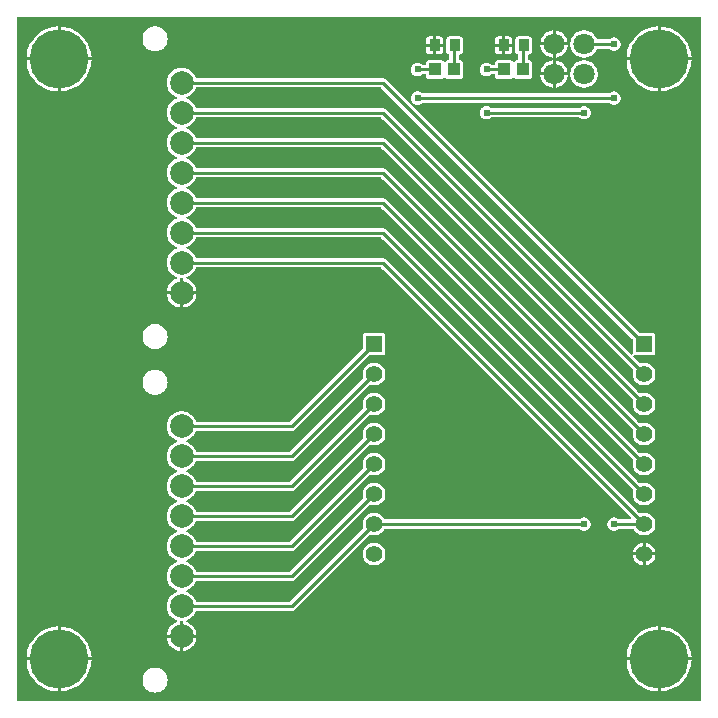
<source format=gtl>
G04 Layer: TopLayer*
G04 EasyEDA v6.5.32, 2023-07-25 14:04:49*
G04 3427a68e04624d36b5ebd798919f52c8,5a6b42c53f6a479593ecc07194224c93,10*
G04 Gerber Generator version 0.2*
G04 Scale: 100 percent, Rotated: No, Reflected: No *
G04 Dimensions in millimeters *
G04 leading zeros omitted , absolute positions ,4 integer and 5 decimal *
%FSLAX45Y45*%
%MOMM*%

%ADD10C,0.2540*%
%ADD11R,0.8999X1.0000*%
%ADD12R,1.0000X1.1000*%
%ADD13R,1.4148X1.4148*%
%ADD14C,1.4148*%
%ADD15C,5.0000*%
%ADD16C,2.0000*%
%ADD17C,1.8000*%
%ADD18C,0.6096*%
%ADD19C,0.0109*%

%LPD*%
G36*
X36068Y25908D02*
G01*
X32156Y26670D01*
X28905Y28905D01*
X26670Y32156D01*
X25908Y36068D01*
X25908Y5805932D01*
X26670Y5809792D01*
X28905Y5813094D01*
X32156Y5815330D01*
X36068Y5816092D01*
X5805932Y5815584D01*
X5809843Y5814822D01*
X5813094Y5812637D01*
X5815330Y5809335D01*
X5816092Y5805424D01*
X5816092Y36068D01*
X5815330Y32156D01*
X5813094Y28905D01*
X5809843Y26670D01*
X5805932Y25908D01*
G37*

%LPC*%
G36*
X4000500Y4950256D02*
G01*
X4010304Y4951120D01*
X4019753Y4953660D01*
X4028694Y4957775D01*
X4036720Y4963414D01*
X4038295Y4964988D01*
X4041597Y4967224D01*
X4045508Y4967986D01*
X4780991Y4967986D01*
X4784902Y4967224D01*
X4788204Y4964988D01*
X4789779Y4963414D01*
X4797806Y4957775D01*
X4806746Y4953660D01*
X4816195Y4951120D01*
X4826000Y4950256D01*
X4835804Y4951120D01*
X4845253Y4953660D01*
X4854194Y4957775D01*
X4862220Y4963414D01*
X4869180Y4970373D01*
X4874818Y4978400D01*
X4878933Y4987340D01*
X4881473Y4996789D01*
X4882337Y5006594D01*
X4881473Y5016398D01*
X4878933Y5025847D01*
X4874818Y5034788D01*
X4869180Y5042814D01*
X4862220Y5049774D01*
X4854194Y5055412D01*
X4845253Y5059527D01*
X4835804Y5062067D01*
X4826000Y5062931D01*
X4816195Y5062067D01*
X4806746Y5059527D01*
X4797806Y5055412D01*
X4789779Y5049774D01*
X4788204Y5048199D01*
X4784902Y5045964D01*
X4780991Y5045202D01*
X4045508Y5045202D01*
X4041597Y5045964D01*
X4038295Y5048199D01*
X4036720Y5049774D01*
X4028694Y5055412D01*
X4019753Y5059527D01*
X4010304Y5062067D01*
X4000500Y5062931D01*
X3990695Y5062067D01*
X3981246Y5059527D01*
X3972306Y5055412D01*
X3964279Y5049774D01*
X3957320Y5042814D01*
X3951681Y5034788D01*
X3947566Y5025847D01*
X3945026Y5016398D01*
X3944162Y5006594D01*
X3945026Y4996789D01*
X3947566Y4987340D01*
X3951681Y4978400D01*
X3957320Y4970373D01*
X3964279Y4963414D01*
X3972306Y4957775D01*
X3981246Y4953660D01*
X3990695Y4951120D01*
G37*
G36*
X5448300Y105562D02*
G01*
X5448300Y368300D01*
X5185664Y368300D01*
X5186070Y357936D01*
X5188966Y334975D01*
X5193792Y312369D01*
X5200446Y290271D01*
X5208981Y268782D01*
X5219242Y248107D01*
X5231180Y228295D01*
X5244795Y209600D01*
X5259882Y192125D01*
X5276392Y175971D01*
X5294172Y161239D01*
X5313172Y148031D01*
X5333187Y136499D01*
X5354066Y126644D01*
X5375757Y118618D01*
X5398008Y112369D01*
X5420715Y108051D01*
X5443677Y105664D01*
G37*
G36*
X5473700Y105613D02*
G01*
X5489854Y106629D01*
X5512714Y109982D01*
X5535218Y115265D01*
X5557164Y122428D01*
X5578500Y131368D01*
X5598972Y142087D01*
X5618480Y154432D01*
X5636869Y168402D01*
X5654040Y183896D01*
X5669838Y200710D01*
X5684215Y218846D01*
X5697016Y238099D01*
X5708142Y258317D01*
X5717540Y279450D01*
X5725109Y301244D01*
X5730849Y323646D01*
X5734710Y346405D01*
X5736590Y368300D01*
X5473700Y368300D01*
G37*
G36*
X393700Y105613D02*
G01*
X409854Y106629D01*
X432714Y109982D01*
X455218Y115265D01*
X477164Y122428D01*
X498500Y131368D01*
X518972Y142087D01*
X538480Y154432D01*
X556869Y168402D01*
X574040Y183896D01*
X589838Y200710D01*
X604215Y218846D01*
X617016Y238099D01*
X628142Y258317D01*
X637540Y279450D01*
X645109Y301244D01*
X650849Y323646D01*
X654710Y346405D01*
X656590Y368300D01*
X393700Y368300D01*
G37*
G36*
X105664Y393700D02*
G01*
X368300Y393700D01*
X368300Y656437D01*
X363677Y656336D01*
X340715Y653948D01*
X318008Y649630D01*
X295757Y643382D01*
X274066Y635355D01*
X253187Y625500D01*
X233171Y613968D01*
X214172Y600760D01*
X196392Y586028D01*
X179882Y569874D01*
X164795Y552348D01*
X151180Y533704D01*
X139242Y513892D01*
X128981Y493217D01*
X120446Y471728D01*
X113792Y449630D01*
X108966Y427024D01*
X106070Y404063D01*
G37*
G36*
X5185664Y393700D02*
G01*
X5448300Y393700D01*
X5448300Y656437D01*
X5443677Y656336D01*
X5420715Y653948D01*
X5398008Y649630D01*
X5375757Y643382D01*
X5354066Y635355D01*
X5333187Y625500D01*
X5313172Y613968D01*
X5294172Y600760D01*
X5276392Y586028D01*
X5259882Y569874D01*
X5244795Y552348D01*
X5231180Y533704D01*
X5219242Y513892D01*
X5208981Y493217D01*
X5200446Y471728D01*
X5193792Y449630D01*
X5188966Y427024D01*
X5186070Y404063D01*
G37*
G36*
X5473700Y393700D02*
G01*
X5736590Y393700D01*
X5734710Y415594D01*
X5730849Y438353D01*
X5725109Y460756D01*
X5717540Y482549D01*
X5708142Y503682D01*
X5697016Y523900D01*
X5684215Y543153D01*
X5669838Y561289D01*
X5654040Y578104D01*
X5636869Y593598D01*
X5618480Y607568D01*
X5598972Y619912D01*
X5578500Y630631D01*
X5557164Y639572D01*
X5535218Y646734D01*
X5512714Y652018D01*
X5489854Y655370D01*
X5473700Y656386D01*
G37*
G36*
X393700Y393700D02*
G01*
X656590Y393700D01*
X654710Y415594D01*
X650849Y438353D01*
X645109Y460756D01*
X637540Y482549D01*
X628142Y503682D01*
X617016Y523900D01*
X604215Y543153D01*
X589838Y561289D01*
X574040Y578104D01*
X556869Y593598D01*
X538480Y607568D01*
X518972Y619912D01*
X498500Y630631D01*
X477164Y639572D01*
X455218Y646734D01*
X432714Y652018D01*
X409854Y655370D01*
X393700Y656386D01*
G37*
G36*
X1431493Y449173D02*
G01*
X1433982Y449326D01*
X1448917Y452069D01*
X1463446Y456590D01*
X1477314Y462838D01*
X1490319Y470712D01*
X1502308Y480059D01*
X1513027Y490829D01*
X1522425Y502767D01*
X1530299Y515823D01*
X1536496Y529640D01*
X1541018Y544169D01*
X1543761Y559104D01*
X1543913Y561594D01*
X1431493Y561594D01*
G37*
G36*
X1406093Y449173D02*
G01*
X1406093Y561594D01*
X1293672Y561594D01*
X1293825Y559104D01*
X1296568Y544169D01*
X1301089Y529640D01*
X1307338Y515823D01*
X1315212Y502767D01*
X1324559Y490829D01*
X1335328Y480059D01*
X1347317Y470712D01*
X1360322Y462838D01*
X1374190Y456590D01*
X1388668Y452069D01*
X1403654Y449326D01*
G37*
G36*
X1293672Y586994D02*
G01*
X1406093Y586994D01*
X1406093Y692404D01*
X1406906Y696264D01*
X1409090Y699566D01*
X1412392Y701751D01*
X1416253Y702564D01*
X1421333Y702564D01*
X1425244Y701751D01*
X1428546Y699566D01*
X1430731Y696264D01*
X1431493Y692404D01*
X1431493Y586994D01*
X1543913Y586994D01*
X1543761Y589483D01*
X1541018Y604418D01*
X1536496Y618947D01*
X1530299Y632815D01*
X1522425Y645820D01*
X1513027Y657758D01*
X1502308Y668528D01*
X1490319Y677926D01*
X1477314Y685749D01*
X1463395Y692048D01*
X1460246Y694283D01*
X1458112Y697484D01*
X1457401Y701294D01*
X1458112Y705104D01*
X1460246Y708355D01*
X1463395Y710590D01*
X1477314Y716838D01*
X1490319Y724712D01*
X1502308Y734060D01*
X1513027Y744829D01*
X1522425Y756767D01*
X1530299Y769823D01*
X1536547Y783691D01*
X1538782Y786841D01*
X1541983Y788974D01*
X1545793Y789686D01*
X2351786Y789686D01*
X2359812Y790498D01*
X2367026Y792683D01*
X2373731Y796239D01*
X2379929Y801370D01*
X3008223Y1429664D01*
X3011170Y1431696D01*
X3014624Y1432610D01*
X3018180Y1432255D01*
X3028340Y1429410D01*
X3041396Y1427581D01*
X3054604Y1427581D01*
X3067659Y1429410D01*
X3080359Y1432966D01*
X3092450Y1438198D01*
X3103727Y1445056D01*
X3113938Y1453388D01*
X3122930Y1463040D01*
X3130550Y1473809D01*
X3133699Y1479905D01*
X3135985Y1482801D01*
X3139135Y1484731D01*
X3142742Y1485392D01*
X4780991Y1485392D01*
X4784902Y1484630D01*
X4788204Y1482394D01*
X4789779Y1480820D01*
X4797806Y1475181D01*
X4806746Y1471066D01*
X4816195Y1468526D01*
X4826000Y1467662D01*
X4835804Y1468526D01*
X4845253Y1471066D01*
X4854194Y1475181D01*
X4862220Y1480820D01*
X4869180Y1487779D01*
X4874818Y1495806D01*
X4878933Y1504746D01*
X4881473Y1514195D01*
X4882337Y1524000D01*
X4881473Y1533804D01*
X4878933Y1543253D01*
X4874818Y1552194D01*
X4869180Y1560220D01*
X4862220Y1567180D01*
X4854194Y1572818D01*
X4845253Y1576933D01*
X4835804Y1579473D01*
X4826000Y1580337D01*
X4816195Y1579473D01*
X4806746Y1576933D01*
X4797806Y1572818D01*
X4789779Y1567180D01*
X4788204Y1565605D01*
X4784902Y1563370D01*
X4780991Y1562608D01*
X3142742Y1562608D01*
X3139135Y1563268D01*
X3135985Y1565198D01*
X3133699Y1568094D01*
X3130550Y1574190D01*
X3122930Y1584960D01*
X3113938Y1594612D01*
X3103727Y1602943D01*
X3092450Y1609801D01*
X3080359Y1615033D01*
X3067659Y1618589D01*
X3054604Y1620418D01*
X3041396Y1620418D01*
X3028340Y1618589D01*
X3015640Y1615033D01*
X3003550Y1609801D01*
X2992272Y1602943D01*
X2982061Y1594612D01*
X2973070Y1584960D01*
X2965450Y1574190D01*
X2959354Y1562506D01*
X2954985Y1550060D01*
X2952292Y1537157D01*
X2951378Y1524000D01*
X2952292Y1510842D01*
X2954985Y1497939D01*
X2956052Y1494840D01*
X2956610Y1491081D01*
X2955798Y1487424D01*
X2953664Y1484274D01*
X2339289Y869899D01*
X2335987Y867664D01*
X2332075Y866902D01*
X1545793Y866902D01*
X1542034Y867613D01*
X1538782Y869746D01*
X1536547Y872896D01*
X1530299Y886815D01*
X1522425Y899820D01*
X1513027Y911758D01*
X1502308Y922528D01*
X1490319Y931926D01*
X1477314Y939749D01*
X1463395Y946048D01*
X1460246Y948283D01*
X1458112Y951484D01*
X1457401Y955294D01*
X1458112Y959103D01*
X1460246Y962355D01*
X1463395Y964590D01*
X1477314Y970838D01*
X1490319Y978712D01*
X1502308Y988060D01*
X1513027Y998829D01*
X1522425Y1010767D01*
X1530299Y1023823D01*
X1536547Y1037691D01*
X1538782Y1040841D01*
X1541983Y1042974D01*
X1545793Y1043686D01*
X2351786Y1043686D01*
X2359812Y1044498D01*
X2367026Y1046683D01*
X2373731Y1050239D01*
X2379929Y1055370D01*
X3008223Y1683664D01*
X3011170Y1685696D01*
X3014624Y1686610D01*
X3018180Y1686255D01*
X3028340Y1683410D01*
X3041396Y1681581D01*
X3054604Y1681581D01*
X3067659Y1683410D01*
X3080359Y1686966D01*
X3092450Y1692198D01*
X3103727Y1699056D01*
X3113938Y1707388D01*
X3122930Y1717039D01*
X3130550Y1727809D01*
X3136646Y1739493D01*
X3141014Y1751939D01*
X3143707Y1764842D01*
X3144621Y1778000D01*
X3143707Y1791157D01*
X3141014Y1804060D01*
X3136646Y1816506D01*
X3130550Y1828190D01*
X3122930Y1838960D01*
X3113938Y1848612D01*
X3103727Y1856943D01*
X3092450Y1863801D01*
X3080359Y1869033D01*
X3067659Y1872589D01*
X3054604Y1874418D01*
X3041396Y1874418D01*
X3028340Y1872589D01*
X3015640Y1869033D01*
X3003550Y1863801D01*
X2992272Y1856943D01*
X2982061Y1848612D01*
X2973070Y1838960D01*
X2965450Y1828190D01*
X2959354Y1816506D01*
X2954985Y1804060D01*
X2952292Y1791157D01*
X2951378Y1778000D01*
X2952292Y1764842D01*
X2954985Y1751939D01*
X2956052Y1748840D01*
X2956610Y1745081D01*
X2955798Y1741424D01*
X2953664Y1738274D01*
X2339289Y1123899D01*
X2335987Y1121664D01*
X2332075Y1120902D01*
X1545793Y1120902D01*
X1542034Y1121613D01*
X1538782Y1123746D01*
X1536547Y1126896D01*
X1530299Y1140815D01*
X1522425Y1153820D01*
X1513027Y1165758D01*
X1502308Y1176528D01*
X1490319Y1185926D01*
X1477314Y1193749D01*
X1463395Y1200048D01*
X1460246Y1202283D01*
X1458112Y1205484D01*
X1457401Y1209294D01*
X1458112Y1213104D01*
X1460246Y1216355D01*
X1463395Y1218590D01*
X1477314Y1224838D01*
X1490319Y1232712D01*
X1502308Y1242060D01*
X1513027Y1252829D01*
X1522425Y1264767D01*
X1530299Y1277823D01*
X1536547Y1291691D01*
X1538782Y1294841D01*
X1541983Y1296974D01*
X1545793Y1297686D01*
X2351786Y1297686D01*
X2359812Y1298498D01*
X2367026Y1300683D01*
X2373731Y1304239D01*
X2379929Y1309370D01*
X3008223Y1937664D01*
X3011170Y1939696D01*
X3014624Y1940610D01*
X3018180Y1940255D01*
X3028340Y1937410D01*
X3041396Y1935581D01*
X3054604Y1935581D01*
X3067659Y1937410D01*
X3080359Y1940966D01*
X3092450Y1946198D01*
X3103727Y1953056D01*
X3113938Y1961388D01*
X3122930Y1971039D01*
X3130550Y1981809D01*
X3136646Y1993493D01*
X3141014Y2005939D01*
X3143707Y2018842D01*
X3144621Y2032000D01*
X3143707Y2045157D01*
X3141014Y2058060D01*
X3136646Y2070506D01*
X3130550Y2082190D01*
X3122930Y2092960D01*
X3113938Y2102612D01*
X3103727Y2110943D01*
X3092450Y2117801D01*
X3080359Y2123033D01*
X3067659Y2126589D01*
X3054604Y2128418D01*
X3041396Y2128418D01*
X3028340Y2126589D01*
X3015640Y2123033D01*
X3003550Y2117801D01*
X2992272Y2110943D01*
X2982061Y2102612D01*
X2973070Y2092960D01*
X2965450Y2082190D01*
X2959354Y2070506D01*
X2954985Y2058060D01*
X2952292Y2045157D01*
X2951378Y2032000D01*
X2952292Y2018842D01*
X2954985Y2005939D01*
X2956052Y2002840D01*
X2956610Y1999081D01*
X2955798Y1995424D01*
X2953664Y1992274D01*
X2339289Y1377899D01*
X2335987Y1375664D01*
X2332075Y1374902D01*
X1545793Y1374902D01*
X1542034Y1375613D01*
X1538782Y1377746D01*
X1536547Y1380896D01*
X1530299Y1394815D01*
X1522425Y1407820D01*
X1513027Y1419758D01*
X1502308Y1430528D01*
X1490319Y1439926D01*
X1477314Y1447749D01*
X1463395Y1454048D01*
X1460246Y1456283D01*
X1458112Y1459484D01*
X1457401Y1463294D01*
X1458112Y1467104D01*
X1460246Y1470355D01*
X1463395Y1472590D01*
X1477314Y1478838D01*
X1490319Y1486712D01*
X1502308Y1496060D01*
X1513027Y1506829D01*
X1522425Y1518767D01*
X1530299Y1531823D01*
X1536547Y1545691D01*
X1538782Y1548841D01*
X1541983Y1550974D01*
X1545793Y1551686D01*
X2351786Y1551686D01*
X2359812Y1552498D01*
X2367026Y1554683D01*
X2373731Y1558239D01*
X2379929Y1563370D01*
X3008223Y2191664D01*
X3011170Y2193696D01*
X3014624Y2194610D01*
X3018180Y2194255D01*
X3028340Y2191410D01*
X3041396Y2189581D01*
X3054604Y2189581D01*
X3067659Y2191410D01*
X3080359Y2194966D01*
X3092450Y2200198D01*
X3103727Y2207056D01*
X3113938Y2215388D01*
X3122930Y2225040D01*
X3130550Y2235809D01*
X3136646Y2247493D01*
X3141014Y2259939D01*
X3143707Y2272842D01*
X3144621Y2286000D01*
X3143707Y2299157D01*
X3141014Y2312060D01*
X3136646Y2324506D01*
X3130550Y2336190D01*
X3122930Y2346960D01*
X3113938Y2356612D01*
X3103727Y2364943D01*
X3092450Y2371801D01*
X3080359Y2377033D01*
X3067659Y2380589D01*
X3054604Y2382418D01*
X3041396Y2382418D01*
X3028340Y2380589D01*
X3015640Y2377033D01*
X3003550Y2371801D01*
X2992272Y2364943D01*
X2982061Y2356612D01*
X2973070Y2346960D01*
X2965450Y2336190D01*
X2959354Y2324506D01*
X2954985Y2312060D01*
X2952292Y2299157D01*
X2951378Y2286000D01*
X2952292Y2272842D01*
X2954985Y2259939D01*
X2956052Y2256840D01*
X2956610Y2253081D01*
X2955798Y2249424D01*
X2953664Y2246274D01*
X2339289Y1631899D01*
X2335987Y1629664D01*
X2332075Y1628901D01*
X1545793Y1628901D01*
X1542034Y1629613D01*
X1538782Y1631746D01*
X1536547Y1634896D01*
X1530299Y1648815D01*
X1522425Y1661820D01*
X1513027Y1673758D01*
X1502308Y1684528D01*
X1490319Y1693925D01*
X1477314Y1701749D01*
X1463395Y1708048D01*
X1460246Y1710283D01*
X1458112Y1713484D01*
X1457401Y1717293D01*
X1458112Y1721104D01*
X1460246Y1724355D01*
X1463395Y1726590D01*
X1477314Y1732838D01*
X1490319Y1740712D01*
X1502308Y1750060D01*
X1513027Y1760829D01*
X1522425Y1772767D01*
X1530299Y1785823D01*
X1536547Y1799691D01*
X1538782Y1802841D01*
X1541983Y1804974D01*
X1545793Y1805686D01*
X2351786Y1805686D01*
X2359812Y1806498D01*
X2367026Y1808683D01*
X2373731Y1812239D01*
X2379929Y1817370D01*
X3008223Y2445664D01*
X3011170Y2447696D01*
X3014624Y2448610D01*
X3018180Y2448255D01*
X3028340Y2445410D01*
X3041396Y2443581D01*
X3054604Y2443581D01*
X3067659Y2445410D01*
X3080359Y2448966D01*
X3092450Y2454198D01*
X3103727Y2461056D01*
X3113938Y2469388D01*
X3122930Y2479040D01*
X3130550Y2489809D01*
X3136646Y2501493D01*
X3141014Y2513939D01*
X3143707Y2526842D01*
X3144621Y2540000D01*
X3143707Y2553157D01*
X3141014Y2566060D01*
X3136646Y2578506D01*
X3130550Y2590190D01*
X3122930Y2600960D01*
X3113938Y2610612D01*
X3103727Y2618943D01*
X3092450Y2625801D01*
X3080359Y2631033D01*
X3067659Y2634589D01*
X3054604Y2636418D01*
X3041396Y2636418D01*
X3028340Y2634589D01*
X3015640Y2631033D01*
X3003550Y2625801D01*
X2992272Y2618943D01*
X2982061Y2610612D01*
X2973070Y2600960D01*
X2965450Y2590190D01*
X2959354Y2578506D01*
X2954985Y2566060D01*
X2952292Y2553157D01*
X2951378Y2540000D01*
X2952292Y2526842D01*
X2954985Y2513939D01*
X2956052Y2510840D01*
X2956610Y2507081D01*
X2955798Y2503424D01*
X2953664Y2500274D01*
X2339289Y1885899D01*
X2335987Y1883664D01*
X2332075Y1882902D01*
X1545793Y1882902D01*
X1542034Y1883613D01*
X1538782Y1885746D01*
X1536547Y1888896D01*
X1530299Y1902815D01*
X1522425Y1915820D01*
X1513027Y1927758D01*
X1502308Y1938528D01*
X1490319Y1947925D01*
X1477314Y1955749D01*
X1463395Y1962048D01*
X1460246Y1964283D01*
X1458112Y1967484D01*
X1457401Y1971293D01*
X1458112Y1975104D01*
X1460246Y1978355D01*
X1463395Y1980590D01*
X1477314Y1986838D01*
X1490319Y1994712D01*
X1502308Y2004060D01*
X1513027Y2014829D01*
X1522425Y2026767D01*
X1530299Y2039823D01*
X1536547Y2053691D01*
X1538782Y2056841D01*
X1541983Y2058974D01*
X1545793Y2059686D01*
X2351786Y2059686D01*
X2359812Y2060498D01*
X2367026Y2062683D01*
X2373731Y2066239D01*
X2379929Y2071370D01*
X3008223Y2699664D01*
X3011170Y2701696D01*
X3014624Y2702610D01*
X3018180Y2702255D01*
X3028340Y2699410D01*
X3041396Y2697581D01*
X3054604Y2697581D01*
X3067659Y2699410D01*
X3080359Y2702966D01*
X3092450Y2708198D01*
X3103727Y2715056D01*
X3113938Y2723388D01*
X3122930Y2733040D01*
X3130550Y2743809D01*
X3136646Y2755493D01*
X3141014Y2767939D01*
X3143707Y2780842D01*
X3144621Y2794000D01*
X3143707Y2807157D01*
X3141014Y2820060D01*
X3136646Y2832506D01*
X3130550Y2844190D01*
X3122930Y2854960D01*
X3113938Y2864612D01*
X3103727Y2872943D01*
X3092450Y2879801D01*
X3080359Y2885033D01*
X3067659Y2888589D01*
X3054604Y2890418D01*
X3041396Y2890418D01*
X3028340Y2888589D01*
X3015640Y2885033D01*
X3003550Y2879801D01*
X2992272Y2872943D01*
X2982061Y2864612D01*
X2973070Y2854960D01*
X2965450Y2844190D01*
X2959354Y2832506D01*
X2954985Y2820060D01*
X2952292Y2807157D01*
X2951378Y2794000D01*
X2952292Y2780842D01*
X2954985Y2767939D01*
X2956052Y2764840D01*
X2956610Y2761081D01*
X2955798Y2757424D01*
X2953664Y2754274D01*
X2339289Y2139899D01*
X2335987Y2137664D01*
X2332075Y2136902D01*
X1545793Y2136902D01*
X1542034Y2137613D01*
X1538782Y2139746D01*
X1536547Y2142896D01*
X1530299Y2156815D01*
X1522425Y2169820D01*
X1513027Y2181758D01*
X1502308Y2192528D01*
X1490319Y2201926D01*
X1477314Y2209749D01*
X1463395Y2216048D01*
X1460246Y2218283D01*
X1458112Y2221484D01*
X1457401Y2225294D01*
X1458112Y2229104D01*
X1460246Y2232355D01*
X1463395Y2234590D01*
X1477314Y2240838D01*
X1490319Y2248712D01*
X1502308Y2258060D01*
X1513027Y2268829D01*
X1522425Y2280767D01*
X1530299Y2293823D01*
X1536547Y2307691D01*
X1538782Y2310841D01*
X1541983Y2312974D01*
X1545793Y2313686D01*
X2351786Y2313686D01*
X2359812Y2314498D01*
X2367026Y2316683D01*
X2373731Y2320239D01*
X2379929Y2325370D01*
X3002991Y2948381D01*
X3006293Y2950565D01*
X3010154Y2951327D01*
X3118154Y2951327D01*
X3124504Y2952089D01*
X3129940Y2953969D01*
X3134868Y2957068D01*
X3138932Y2961132D01*
X3142030Y2966059D01*
X3143910Y2971495D01*
X3144672Y2977845D01*
X3144672Y3118154D01*
X3143910Y3124504D01*
X3142030Y3129940D01*
X3138932Y3134868D01*
X3134868Y3138932D01*
X3129940Y3142030D01*
X3124504Y3143910D01*
X3118154Y3144621D01*
X2977845Y3144621D01*
X2971495Y3143910D01*
X2966059Y3142030D01*
X2961132Y3138932D01*
X2957068Y3134868D01*
X2953969Y3129940D01*
X2952089Y3124504D01*
X2951327Y3118154D01*
X2951327Y3010154D01*
X2950565Y3006293D01*
X2948381Y3002991D01*
X2339289Y2393899D01*
X2335987Y2391664D01*
X2332075Y2390902D01*
X1545793Y2390902D01*
X1542034Y2391613D01*
X1538782Y2393746D01*
X1536547Y2396896D01*
X1530299Y2410815D01*
X1522425Y2423820D01*
X1513027Y2435758D01*
X1502308Y2446528D01*
X1490319Y2455926D01*
X1477314Y2463749D01*
X1463446Y2469997D01*
X1448917Y2474518D01*
X1433982Y2477262D01*
X1418793Y2478176D01*
X1403654Y2477262D01*
X1388668Y2474518D01*
X1374190Y2469997D01*
X1360322Y2463749D01*
X1347317Y2455926D01*
X1335328Y2446528D01*
X1324559Y2435758D01*
X1315212Y2423820D01*
X1307338Y2410815D01*
X1301089Y2396947D01*
X1296568Y2382418D01*
X1293825Y2367483D01*
X1292910Y2352294D01*
X1293825Y2337104D01*
X1296568Y2322169D01*
X1301089Y2307640D01*
X1307338Y2293823D01*
X1315212Y2280767D01*
X1324559Y2268829D01*
X1335328Y2258060D01*
X1347317Y2248712D01*
X1360322Y2240838D01*
X1374241Y2234590D01*
X1377391Y2232355D01*
X1379474Y2229104D01*
X1380236Y2225294D01*
X1379474Y2221484D01*
X1377391Y2218283D01*
X1374241Y2216048D01*
X1360322Y2209749D01*
X1347317Y2201926D01*
X1335328Y2192528D01*
X1324559Y2181758D01*
X1315212Y2169820D01*
X1307338Y2156815D01*
X1301089Y2142947D01*
X1296568Y2128418D01*
X1293825Y2113483D01*
X1292910Y2098294D01*
X1293825Y2083104D01*
X1296568Y2068169D01*
X1301089Y2053640D01*
X1307338Y2039823D01*
X1315212Y2026767D01*
X1324559Y2014829D01*
X1335328Y2004060D01*
X1347317Y1994712D01*
X1360322Y1986838D01*
X1374241Y1980590D01*
X1377391Y1978355D01*
X1379474Y1975104D01*
X1380236Y1971293D01*
X1379474Y1967484D01*
X1377391Y1964283D01*
X1374241Y1962048D01*
X1360322Y1955749D01*
X1347317Y1947925D01*
X1335328Y1938528D01*
X1324559Y1927758D01*
X1315212Y1915820D01*
X1307338Y1902815D01*
X1301089Y1888947D01*
X1296568Y1874418D01*
X1293825Y1859483D01*
X1292910Y1844293D01*
X1293825Y1829104D01*
X1296568Y1814169D01*
X1301089Y1799640D01*
X1307338Y1785823D01*
X1315212Y1772767D01*
X1324559Y1760829D01*
X1335328Y1750060D01*
X1347317Y1740712D01*
X1360322Y1732838D01*
X1374241Y1726590D01*
X1377391Y1724355D01*
X1379474Y1721104D01*
X1380236Y1717293D01*
X1379474Y1713484D01*
X1377391Y1710283D01*
X1374241Y1708048D01*
X1360322Y1701749D01*
X1347317Y1693925D01*
X1335328Y1684528D01*
X1324559Y1673758D01*
X1315212Y1661820D01*
X1307338Y1648815D01*
X1301089Y1634947D01*
X1296568Y1620418D01*
X1293825Y1605483D01*
X1292910Y1590294D01*
X1293825Y1575104D01*
X1296568Y1560169D01*
X1301089Y1545640D01*
X1307338Y1531823D01*
X1315212Y1518767D01*
X1324559Y1506829D01*
X1335328Y1496060D01*
X1347317Y1486712D01*
X1360322Y1478838D01*
X1374241Y1472590D01*
X1377391Y1470355D01*
X1379474Y1467104D01*
X1380236Y1463294D01*
X1379474Y1459484D01*
X1377391Y1456283D01*
X1374241Y1454048D01*
X1360322Y1447749D01*
X1347317Y1439926D01*
X1335328Y1430528D01*
X1324559Y1419758D01*
X1315212Y1407820D01*
X1307338Y1394815D01*
X1301089Y1380947D01*
X1296568Y1366418D01*
X1293825Y1351483D01*
X1292910Y1336294D01*
X1293825Y1321104D01*
X1296568Y1306169D01*
X1301089Y1291640D01*
X1307338Y1277823D01*
X1315212Y1264767D01*
X1324559Y1252829D01*
X1335328Y1242060D01*
X1347317Y1232712D01*
X1360322Y1224838D01*
X1374241Y1218590D01*
X1377391Y1216355D01*
X1379474Y1213104D01*
X1380236Y1209294D01*
X1379474Y1205484D01*
X1377391Y1202283D01*
X1374241Y1200048D01*
X1360322Y1193749D01*
X1347317Y1185926D01*
X1335328Y1176528D01*
X1324559Y1165758D01*
X1315212Y1153820D01*
X1307338Y1140815D01*
X1301089Y1126947D01*
X1296568Y1112418D01*
X1293825Y1097483D01*
X1292910Y1082294D01*
X1293825Y1067104D01*
X1296568Y1052169D01*
X1301089Y1037640D01*
X1307338Y1023823D01*
X1315212Y1010767D01*
X1324559Y998829D01*
X1335328Y988060D01*
X1347317Y978712D01*
X1360322Y970838D01*
X1374241Y964590D01*
X1377391Y962355D01*
X1379474Y959103D01*
X1380236Y955294D01*
X1379474Y951484D01*
X1377391Y948283D01*
X1374241Y946048D01*
X1360322Y939749D01*
X1347317Y931926D01*
X1335328Y922528D01*
X1324559Y911758D01*
X1315212Y899820D01*
X1307338Y886815D01*
X1301089Y872947D01*
X1296568Y858418D01*
X1293825Y843483D01*
X1292910Y828294D01*
X1293825Y813104D01*
X1296568Y798169D01*
X1301089Y783640D01*
X1307338Y769823D01*
X1315212Y756767D01*
X1324559Y744829D01*
X1335328Y734060D01*
X1347317Y724712D01*
X1360322Y716838D01*
X1374241Y710590D01*
X1377391Y708355D01*
X1379474Y705104D01*
X1380236Y701294D01*
X1379474Y697484D01*
X1377391Y694283D01*
X1374241Y692048D01*
X1360322Y685749D01*
X1347317Y677926D01*
X1335328Y668528D01*
X1324559Y657758D01*
X1315212Y645820D01*
X1307338Y632815D01*
X1301089Y618947D01*
X1296568Y604418D01*
X1293825Y589483D01*
G37*
G36*
X4584700Y5600700D02*
G01*
X4687112Y5600700D01*
X4686960Y5602528D01*
X4684268Y5616803D01*
X4679746Y5630672D01*
X4673549Y5643829D01*
X4665776Y5656122D01*
X4656480Y5667349D01*
X4645863Y5677306D01*
X4634077Y5685840D01*
X4621326Y5692851D01*
X4607814Y5698236D01*
X4593691Y5701842D01*
X4584700Y5702960D01*
G37*
G36*
X4456887Y5600700D02*
G01*
X4559300Y5600700D01*
X4559300Y5702960D01*
X4550308Y5701842D01*
X4536186Y5698236D01*
X4522673Y5692851D01*
X4509922Y5685840D01*
X4498136Y5677306D01*
X4487519Y5667349D01*
X4478223Y5656122D01*
X4470450Y5643829D01*
X4464253Y5630672D01*
X4459732Y5616803D01*
X4457039Y5602528D01*
G37*
G36*
X3572611Y5588000D02*
G01*
X3630777Y5588000D01*
X3630777Y5624728D01*
X3630066Y5631027D01*
X3628186Y5636514D01*
X3625087Y5641390D01*
X3621024Y5645505D01*
X3616096Y5648604D01*
X3610660Y5650484D01*
X3604310Y5651195D01*
X3572611Y5651195D01*
G37*
G36*
X3041396Y1173581D02*
G01*
X3054604Y1173581D01*
X3067659Y1175410D01*
X3080359Y1178966D01*
X3092450Y1184198D01*
X3103727Y1191056D01*
X3113938Y1199388D01*
X3122930Y1209040D01*
X3130550Y1219809D01*
X3136646Y1231493D01*
X3141014Y1243939D01*
X3143707Y1256842D01*
X3144621Y1270000D01*
X3143707Y1283157D01*
X3141014Y1296060D01*
X3136646Y1308506D01*
X3130550Y1320190D01*
X3122930Y1330960D01*
X3113938Y1340612D01*
X3103727Y1348943D01*
X3092450Y1355801D01*
X3080359Y1361033D01*
X3067659Y1364589D01*
X3054604Y1366418D01*
X3041396Y1366418D01*
X3028340Y1364589D01*
X3015640Y1361033D01*
X3003550Y1355801D01*
X2992272Y1348943D01*
X2982061Y1340612D01*
X2973070Y1330960D01*
X2965450Y1320190D01*
X2959354Y1308506D01*
X2954985Y1296060D01*
X2952292Y1283157D01*
X2951378Y1270000D01*
X2952292Y1256842D01*
X2954985Y1243939D01*
X2959354Y1231493D01*
X2965450Y1219809D01*
X2973070Y1209040D01*
X2982061Y1199388D01*
X2992272Y1191056D01*
X3003550Y1184198D01*
X3015640Y1178966D01*
X3028340Y1175410D01*
G37*
G36*
X5321300Y1174445D02*
G01*
X5321300Y1257300D01*
X5238242Y1257300D01*
X5240985Y1243939D01*
X5245354Y1231493D01*
X5251450Y1219809D01*
X5259070Y1209040D01*
X5268061Y1199388D01*
X5278272Y1191056D01*
X5289550Y1184198D01*
X5301640Y1178966D01*
X5314340Y1175410D01*
G37*
G36*
X5346700Y1174445D02*
G01*
X5353659Y1175410D01*
X5366359Y1178966D01*
X5378450Y1184198D01*
X5389727Y1191056D01*
X5399938Y1199388D01*
X5408930Y1209040D01*
X5416550Y1219809D01*
X5422646Y1231493D01*
X5427065Y1243939D01*
X5429758Y1257300D01*
X5346700Y1257300D01*
G37*
G36*
X5346700Y1282700D02*
G01*
X5429758Y1282700D01*
X5427065Y1296060D01*
X5422646Y1308506D01*
X5416550Y1320190D01*
X5408930Y1330960D01*
X5399938Y1340612D01*
X5389727Y1348943D01*
X5378450Y1355801D01*
X5366359Y1361033D01*
X5353659Y1364589D01*
X5346700Y1365554D01*
G37*
G36*
X5238242Y1282700D02*
G01*
X5321300Y1282700D01*
X5321300Y1365554D01*
X5314340Y1364589D01*
X5301640Y1361033D01*
X5289550Y1355801D01*
X5278272Y1348943D01*
X5268061Y1340612D01*
X5259070Y1330960D01*
X5251450Y1320190D01*
X5245354Y1308506D01*
X5240985Y1296060D01*
G37*
G36*
X4073194Y5588000D02*
G01*
X4131411Y5588000D01*
X4131411Y5651195D01*
X4099661Y5651195D01*
X4093362Y5650484D01*
X4087876Y5648604D01*
X4082999Y5645505D01*
X4078884Y5641390D01*
X4075785Y5636514D01*
X4073906Y5631027D01*
X4073194Y5624728D01*
G37*
G36*
X4156811Y5588000D02*
G01*
X4214977Y5588000D01*
X4214977Y5624728D01*
X4214266Y5631027D01*
X4212386Y5636514D01*
X4209288Y5641390D01*
X4205224Y5645505D01*
X4200296Y5648604D01*
X4194860Y5650484D01*
X4188510Y5651195D01*
X4156811Y5651195D01*
G37*
G36*
X5327396Y1427581D02*
G01*
X5340604Y1427581D01*
X5353659Y1429410D01*
X5366359Y1432966D01*
X5378450Y1438198D01*
X5389727Y1445056D01*
X5399938Y1453388D01*
X5408930Y1463040D01*
X5416550Y1473809D01*
X5422646Y1485493D01*
X5427065Y1497939D01*
X5429707Y1510842D01*
X5430621Y1524000D01*
X5429707Y1537157D01*
X5427065Y1550060D01*
X5422646Y1562506D01*
X5416550Y1574190D01*
X5408930Y1584960D01*
X5399938Y1594612D01*
X5389727Y1602943D01*
X5378450Y1609801D01*
X5366359Y1615033D01*
X5353659Y1618589D01*
X5340604Y1620418D01*
X5327396Y1620418D01*
X5314340Y1618589D01*
X5304180Y1615744D01*
X5300624Y1615389D01*
X5297170Y1616303D01*
X5294223Y1618335D01*
X3149041Y3763518D01*
X3142843Y3768648D01*
X3136138Y3772204D01*
X3128924Y3774389D01*
X3120898Y3775201D01*
X1545793Y3775201D01*
X1541983Y3775913D01*
X1538732Y3778046D01*
X1536496Y3781196D01*
X1530248Y3795115D01*
X1522374Y3808120D01*
X1513027Y3820058D01*
X1502257Y3830828D01*
X1490319Y3840175D01*
X1477314Y3848049D01*
X1463395Y3854348D01*
X1460195Y3856532D01*
X1458112Y3859784D01*
X1457401Y3863594D01*
X1458112Y3867404D01*
X1460195Y3870655D01*
X1463395Y3872839D01*
X1477314Y3879138D01*
X1490319Y3887012D01*
X1502257Y3896360D01*
X1513027Y3907129D01*
X1522374Y3919067D01*
X1530248Y3932072D01*
X1536496Y3945991D01*
X1538732Y3949141D01*
X1541983Y3951274D01*
X1545793Y3951986D01*
X3101187Y3951986D01*
X3105099Y3951224D01*
X3108401Y3948988D01*
X5239664Y1817725D01*
X5241798Y1814575D01*
X5242610Y1810918D01*
X5242052Y1807159D01*
X5240985Y1804060D01*
X5238292Y1791157D01*
X5237378Y1778000D01*
X5238292Y1764842D01*
X5240985Y1751939D01*
X5245354Y1739493D01*
X5251450Y1727809D01*
X5259070Y1717039D01*
X5268061Y1707388D01*
X5278272Y1699056D01*
X5289550Y1692198D01*
X5301640Y1686966D01*
X5314340Y1683410D01*
X5327396Y1681581D01*
X5340604Y1681581D01*
X5353659Y1683410D01*
X5366359Y1686966D01*
X5378450Y1692198D01*
X5389727Y1699056D01*
X5399938Y1707388D01*
X5408930Y1717039D01*
X5416550Y1727809D01*
X5422646Y1739493D01*
X5427065Y1751939D01*
X5429707Y1764842D01*
X5430621Y1778000D01*
X5429707Y1791157D01*
X5427065Y1804060D01*
X5422646Y1816506D01*
X5416550Y1828190D01*
X5408930Y1838960D01*
X5399938Y1848612D01*
X5389727Y1856943D01*
X5378450Y1863801D01*
X5366359Y1869033D01*
X5353659Y1872589D01*
X5340604Y1874418D01*
X5327396Y1874418D01*
X5314340Y1872589D01*
X5304180Y1869744D01*
X5300624Y1869389D01*
X5297170Y1870303D01*
X5294223Y1872335D01*
X3149041Y4017518D01*
X3142843Y4022648D01*
X3136138Y4026204D01*
X3128924Y4028389D01*
X3120898Y4029201D01*
X1545793Y4029201D01*
X1541983Y4029913D01*
X1538732Y4032046D01*
X1536496Y4035196D01*
X1530248Y4049115D01*
X1522374Y4062120D01*
X1513027Y4074058D01*
X1502257Y4084828D01*
X1490319Y4094175D01*
X1477314Y4102049D01*
X1463395Y4108348D01*
X1460195Y4110532D01*
X1458112Y4113784D01*
X1457401Y4117594D01*
X1458112Y4121404D01*
X1460195Y4124655D01*
X1463395Y4126839D01*
X1477314Y4133138D01*
X1490319Y4141012D01*
X1502257Y4150360D01*
X1513027Y4161129D01*
X1522374Y4173067D01*
X1530248Y4186072D01*
X1536496Y4199991D01*
X1538732Y4203141D01*
X1541983Y4205274D01*
X1545793Y4205986D01*
X3101187Y4205986D01*
X3105099Y4205224D01*
X3108401Y4202988D01*
X5239664Y2071725D01*
X5241798Y2068575D01*
X5242610Y2064918D01*
X5242052Y2061159D01*
X5240985Y2058060D01*
X5238292Y2045157D01*
X5237378Y2032000D01*
X5238292Y2018842D01*
X5240985Y2005939D01*
X5245354Y1993493D01*
X5251450Y1981809D01*
X5259070Y1971039D01*
X5268061Y1961388D01*
X5278272Y1953056D01*
X5289550Y1946198D01*
X5301640Y1940966D01*
X5314340Y1937410D01*
X5327396Y1935581D01*
X5340604Y1935581D01*
X5353659Y1937410D01*
X5366359Y1940966D01*
X5378450Y1946198D01*
X5389727Y1953056D01*
X5399938Y1961388D01*
X5408930Y1971039D01*
X5416550Y1981809D01*
X5422646Y1993493D01*
X5427065Y2005939D01*
X5429707Y2018842D01*
X5430621Y2032000D01*
X5429707Y2045157D01*
X5427065Y2058060D01*
X5422646Y2070506D01*
X5416550Y2082190D01*
X5408930Y2092960D01*
X5399938Y2102612D01*
X5389727Y2110943D01*
X5378450Y2117801D01*
X5366359Y2123033D01*
X5353659Y2126589D01*
X5340604Y2128418D01*
X5327396Y2128418D01*
X5314340Y2126589D01*
X5304180Y2123744D01*
X5300624Y2123389D01*
X5297170Y2124303D01*
X5294223Y2126335D01*
X3149041Y4271518D01*
X3142843Y4276648D01*
X3136138Y4280204D01*
X3128924Y4282389D01*
X3120898Y4283202D01*
X1545793Y4283202D01*
X1541983Y4283913D01*
X1538732Y4286046D01*
X1536496Y4289196D01*
X1530248Y4303115D01*
X1522374Y4316120D01*
X1513027Y4328058D01*
X1502257Y4338828D01*
X1490319Y4348175D01*
X1477314Y4356049D01*
X1463395Y4362348D01*
X1460195Y4364532D01*
X1458112Y4367784D01*
X1457401Y4371594D01*
X1458112Y4375404D01*
X1460195Y4378655D01*
X1463395Y4380839D01*
X1477314Y4387138D01*
X1490319Y4395012D01*
X1502257Y4404360D01*
X1513027Y4415129D01*
X1522374Y4427067D01*
X1530248Y4440072D01*
X1536496Y4453991D01*
X1538732Y4457141D01*
X1541983Y4459274D01*
X1545793Y4459986D01*
X3101187Y4459986D01*
X3105099Y4459224D01*
X3108401Y4456988D01*
X5239664Y2325725D01*
X5241798Y2322576D01*
X5242610Y2318918D01*
X5242052Y2315159D01*
X5240985Y2312060D01*
X5238292Y2299157D01*
X5237378Y2286000D01*
X5238292Y2272842D01*
X5240985Y2259939D01*
X5245354Y2247493D01*
X5251450Y2235809D01*
X5259070Y2225040D01*
X5268061Y2215388D01*
X5278272Y2207056D01*
X5289550Y2200198D01*
X5301640Y2194966D01*
X5314340Y2191410D01*
X5327396Y2189581D01*
X5340604Y2189581D01*
X5353659Y2191410D01*
X5366359Y2194966D01*
X5378450Y2200198D01*
X5389727Y2207056D01*
X5399938Y2215388D01*
X5408930Y2225040D01*
X5416550Y2235809D01*
X5422646Y2247493D01*
X5427065Y2259939D01*
X5429707Y2272842D01*
X5430621Y2286000D01*
X5429707Y2299157D01*
X5427065Y2312060D01*
X5422646Y2324506D01*
X5416550Y2336190D01*
X5408930Y2346960D01*
X5399938Y2356612D01*
X5389727Y2364943D01*
X5378450Y2371801D01*
X5366359Y2377033D01*
X5353659Y2380589D01*
X5340604Y2382418D01*
X5327396Y2382418D01*
X5314340Y2380589D01*
X5304180Y2377744D01*
X5300624Y2377389D01*
X5297170Y2378303D01*
X5294223Y2380335D01*
X3149041Y4525518D01*
X3142843Y4530648D01*
X3136138Y4534204D01*
X3128924Y4536389D01*
X3120898Y4537202D01*
X1545793Y4537202D01*
X1541983Y4537913D01*
X1538732Y4540046D01*
X1536496Y4543196D01*
X1530248Y4557115D01*
X1522374Y4570120D01*
X1513027Y4582058D01*
X1502257Y4592828D01*
X1490319Y4602175D01*
X1477314Y4610049D01*
X1463395Y4616348D01*
X1460195Y4618532D01*
X1458112Y4621784D01*
X1457401Y4625594D01*
X1458112Y4629404D01*
X1460195Y4632655D01*
X1463395Y4634839D01*
X1477314Y4641138D01*
X1490319Y4649012D01*
X1502257Y4658360D01*
X1513027Y4669129D01*
X1522374Y4681067D01*
X1530248Y4694072D01*
X1536496Y4707991D01*
X1538732Y4711141D01*
X1541983Y4713274D01*
X1545793Y4713986D01*
X3101187Y4713986D01*
X3105099Y4713224D01*
X3108401Y4710988D01*
X5239664Y2579725D01*
X5241798Y2576576D01*
X5242610Y2572918D01*
X5242052Y2569159D01*
X5240985Y2566060D01*
X5238292Y2553157D01*
X5237378Y2540000D01*
X5238292Y2526842D01*
X5240985Y2513939D01*
X5245354Y2501493D01*
X5251450Y2489809D01*
X5259070Y2479040D01*
X5268061Y2469388D01*
X5278272Y2461056D01*
X5289550Y2454198D01*
X5301640Y2448966D01*
X5314340Y2445410D01*
X5327396Y2443581D01*
X5340604Y2443581D01*
X5353659Y2445410D01*
X5366359Y2448966D01*
X5378450Y2454198D01*
X5389727Y2461056D01*
X5399938Y2469388D01*
X5408930Y2479040D01*
X5416550Y2489809D01*
X5422646Y2501493D01*
X5427065Y2513939D01*
X5429707Y2526842D01*
X5430621Y2540000D01*
X5429707Y2553157D01*
X5427065Y2566060D01*
X5422646Y2578506D01*
X5416550Y2590190D01*
X5408930Y2600960D01*
X5399938Y2610612D01*
X5389727Y2618943D01*
X5378450Y2625801D01*
X5366359Y2631033D01*
X5353659Y2634589D01*
X5340604Y2636418D01*
X5327396Y2636418D01*
X5314340Y2634589D01*
X5304180Y2631744D01*
X5300624Y2631389D01*
X5297170Y2632303D01*
X5294223Y2634335D01*
X3149041Y4779518D01*
X3142843Y4784648D01*
X3136138Y4788204D01*
X3128924Y4790389D01*
X3120898Y4791202D01*
X1545793Y4791202D01*
X1541983Y4791913D01*
X1538732Y4794046D01*
X1536496Y4797196D01*
X1530248Y4811115D01*
X1522374Y4824120D01*
X1513027Y4836058D01*
X1502257Y4846828D01*
X1490319Y4856175D01*
X1477314Y4864049D01*
X1463395Y4870348D01*
X1460195Y4872532D01*
X1458112Y4875784D01*
X1457401Y4879594D01*
X1458112Y4883404D01*
X1460195Y4886655D01*
X1463395Y4888839D01*
X1477314Y4895138D01*
X1490319Y4903012D01*
X1502257Y4912360D01*
X1513027Y4923129D01*
X1522374Y4935067D01*
X1530248Y4948072D01*
X1536496Y4961991D01*
X1538732Y4965141D01*
X1541983Y4967274D01*
X1545793Y4967986D01*
X3101187Y4967986D01*
X3105099Y4967224D01*
X3108401Y4964988D01*
X5239664Y2833725D01*
X5241798Y2830576D01*
X5242610Y2826918D01*
X5242052Y2823159D01*
X5240985Y2820060D01*
X5238292Y2807157D01*
X5237378Y2794000D01*
X5238292Y2780842D01*
X5240985Y2767939D01*
X5245354Y2755493D01*
X5251450Y2743809D01*
X5259070Y2733040D01*
X5268061Y2723388D01*
X5278272Y2715056D01*
X5289550Y2708198D01*
X5301640Y2702966D01*
X5314340Y2699410D01*
X5327396Y2697581D01*
X5340604Y2697581D01*
X5353659Y2699410D01*
X5366359Y2702966D01*
X5378450Y2708198D01*
X5389727Y2715056D01*
X5399938Y2723388D01*
X5408930Y2733040D01*
X5416550Y2743809D01*
X5422646Y2755493D01*
X5427065Y2767939D01*
X5429707Y2780842D01*
X5430621Y2794000D01*
X5429707Y2807157D01*
X5427065Y2820060D01*
X5422646Y2832506D01*
X5416550Y2844190D01*
X5408930Y2854960D01*
X5399938Y2864612D01*
X5389727Y2872943D01*
X5378450Y2879801D01*
X5366359Y2885033D01*
X5353659Y2888589D01*
X5340604Y2890418D01*
X5327396Y2890418D01*
X5314340Y2888589D01*
X5304180Y2885744D01*
X5300624Y2885389D01*
X5297170Y2886303D01*
X5294223Y2888335D01*
X5247487Y2935122D01*
X5245201Y2938627D01*
X5244541Y2942742D01*
X5245557Y2946755D01*
X5248148Y2950057D01*
X5251805Y2952038D01*
X5255971Y2952394D01*
X5263896Y2951327D01*
X5404154Y2951327D01*
X5410504Y2952089D01*
X5415940Y2953969D01*
X5420868Y2957068D01*
X5424932Y2961132D01*
X5428030Y2966059D01*
X5429910Y2971495D01*
X5430672Y2977845D01*
X5430672Y3118154D01*
X5429910Y3124504D01*
X5428030Y3129940D01*
X5424932Y3134868D01*
X5420868Y3138932D01*
X5415940Y3142030D01*
X5410504Y3143910D01*
X5404154Y3144621D01*
X5296154Y3144621D01*
X5292293Y3145434D01*
X5288991Y3147618D01*
X3149041Y5287518D01*
X3142843Y5292648D01*
X3136138Y5296204D01*
X3128924Y5298389D01*
X3120898Y5299202D01*
X1545793Y5299202D01*
X1541983Y5299913D01*
X1538732Y5302046D01*
X1536496Y5305196D01*
X1530248Y5319115D01*
X1522374Y5332120D01*
X1513027Y5344058D01*
X1502257Y5354828D01*
X1490319Y5364175D01*
X1477314Y5372049D01*
X1463446Y5378297D01*
X1448917Y5382818D01*
X1433982Y5385562D01*
X1418793Y5386476D01*
X1403604Y5385562D01*
X1388668Y5382818D01*
X1374140Y5378297D01*
X1360271Y5372049D01*
X1347266Y5364175D01*
X1335328Y5354828D01*
X1324559Y5344058D01*
X1315212Y5332120D01*
X1307338Y5319115D01*
X1301089Y5305247D01*
X1296568Y5290718D01*
X1293825Y5275783D01*
X1292910Y5260594D01*
X1293825Y5245404D01*
X1296568Y5230469D01*
X1301089Y5215940D01*
X1307338Y5202072D01*
X1315212Y5189067D01*
X1324559Y5177129D01*
X1335328Y5166360D01*
X1347266Y5157012D01*
X1360271Y5149138D01*
X1374190Y5142839D01*
X1377391Y5140655D01*
X1379474Y5137404D01*
X1380185Y5133594D01*
X1379474Y5129784D01*
X1377391Y5126532D01*
X1374190Y5124348D01*
X1360271Y5118049D01*
X1347266Y5110175D01*
X1335328Y5100828D01*
X1324559Y5090058D01*
X1315212Y5078120D01*
X1307338Y5065115D01*
X1301089Y5051247D01*
X1296568Y5036718D01*
X1293825Y5021783D01*
X1292910Y5006594D01*
X1293825Y4991404D01*
X1296568Y4976469D01*
X1301089Y4961940D01*
X1307338Y4948072D01*
X1315212Y4935067D01*
X1324559Y4923129D01*
X1335328Y4912360D01*
X1347266Y4903012D01*
X1360271Y4895138D01*
X1374190Y4888839D01*
X1377391Y4886655D01*
X1379474Y4883404D01*
X1380185Y4879594D01*
X1379474Y4875784D01*
X1377391Y4872532D01*
X1374190Y4870348D01*
X1360271Y4864049D01*
X1347266Y4856175D01*
X1335328Y4846828D01*
X1324559Y4836058D01*
X1315212Y4824120D01*
X1307338Y4811115D01*
X1301089Y4797247D01*
X1296568Y4782718D01*
X1293825Y4767783D01*
X1292910Y4752594D01*
X1293825Y4737404D01*
X1296568Y4722469D01*
X1301089Y4707940D01*
X1307338Y4694072D01*
X1315212Y4681067D01*
X1324559Y4669129D01*
X1335328Y4658360D01*
X1347266Y4649012D01*
X1360271Y4641138D01*
X1374190Y4634839D01*
X1377391Y4632655D01*
X1379474Y4629404D01*
X1380185Y4625594D01*
X1379474Y4621784D01*
X1377391Y4618532D01*
X1374190Y4616348D01*
X1360271Y4610049D01*
X1347266Y4602175D01*
X1335328Y4592828D01*
X1324559Y4582058D01*
X1315212Y4570120D01*
X1307338Y4557115D01*
X1301089Y4543247D01*
X1296568Y4528718D01*
X1293825Y4513783D01*
X1292910Y4498594D01*
X1293825Y4483404D01*
X1296568Y4468469D01*
X1301089Y4453940D01*
X1307338Y4440072D01*
X1315212Y4427067D01*
X1324559Y4415129D01*
X1335328Y4404360D01*
X1347266Y4395012D01*
X1360271Y4387138D01*
X1374190Y4380839D01*
X1377391Y4378655D01*
X1379474Y4375404D01*
X1380185Y4371594D01*
X1379474Y4367784D01*
X1377391Y4364532D01*
X1374190Y4362348D01*
X1360271Y4356049D01*
X1347266Y4348175D01*
X1335328Y4338828D01*
X1324559Y4328058D01*
X1315212Y4316120D01*
X1307338Y4303115D01*
X1301089Y4289247D01*
X1296568Y4274718D01*
X1293825Y4259783D01*
X1292910Y4244594D01*
X1293825Y4229404D01*
X1296568Y4214469D01*
X1301089Y4199940D01*
X1307338Y4186072D01*
X1315212Y4173067D01*
X1324559Y4161129D01*
X1335328Y4150360D01*
X1347266Y4141012D01*
X1360271Y4133138D01*
X1374190Y4126839D01*
X1377391Y4124655D01*
X1379474Y4121404D01*
X1380185Y4117594D01*
X1379474Y4113784D01*
X1377391Y4110532D01*
X1374190Y4108348D01*
X1360271Y4102049D01*
X1347266Y4094175D01*
X1335328Y4084828D01*
X1324559Y4074058D01*
X1315212Y4062120D01*
X1307338Y4049115D01*
X1301089Y4035247D01*
X1296568Y4020718D01*
X1293825Y4005783D01*
X1292910Y3990594D01*
X1293825Y3975404D01*
X1296568Y3960469D01*
X1301089Y3945940D01*
X1307338Y3932072D01*
X1315212Y3919067D01*
X1324559Y3907129D01*
X1335328Y3896360D01*
X1347266Y3887012D01*
X1360271Y3879138D01*
X1374190Y3872839D01*
X1377391Y3870655D01*
X1379474Y3867404D01*
X1380185Y3863594D01*
X1379474Y3859784D01*
X1377391Y3856532D01*
X1374190Y3854348D01*
X1360271Y3848049D01*
X1347266Y3840175D01*
X1335328Y3830828D01*
X1324559Y3820058D01*
X1315212Y3808120D01*
X1307338Y3795115D01*
X1301089Y3781247D01*
X1296568Y3766718D01*
X1293825Y3751783D01*
X1292910Y3736594D01*
X1293825Y3721404D01*
X1296568Y3706469D01*
X1301089Y3691940D01*
X1307338Y3678072D01*
X1315212Y3665067D01*
X1324559Y3653129D01*
X1335328Y3642360D01*
X1347266Y3633012D01*
X1360271Y3625138D01*
X1374190Y3618839D01*
X1377391Y3616655D01*
X1379474Y3613404D01*
X1380185Y3609594D01*
X1379474Y3605784D01*
X1377391Y3602532D01*
X1374190Y3600348D01*
X1360271Y3594049D01*
X1347266Y3586175D01*
X1335328Y3576828D01*
X1324559Y3566058D01*
X1315212Y3554120D01*
X1307338Y3541115D01*
X1301089Y3527247D01*
X1296568Y3512718D01*
X1293825Y3497783D01*
X1293672Y3495294D01*
X1406093Y3495294D01*
X1406093Y3600704D01*
X1406855Y3604564D01*
X1409090Y3607866D01*
X1412341Y3610051D01*
X1416253Y3610864D01*
X1421333Y3610864D01*
X1425244Y3610051D01*
X1428496Y3607866D01*
X1430731Y3604564D01*
X1431493Y3600704D01*
X1431493Y3495294D01*
X1543913Y3495294D01*
X1543761Y3497783D01*
X1541018Y3512718D01*
X1536496Y3527247D01*
X1530248Y3541115D01*
X1522374Y3554120D01*
X1513027Y3566058D01*
X1502257Y3576828D01*
X1490319Y3586175D01*
X1477314Y3594049D01*
X1463395Y3600348D01*
X1460195Y3602532D01*
X1458112Y3605784D01*
X1457401Y3609594D01*
X1458112Y3613404D01*
X1460195Y3616655D01*
X1463395Y3618839D01*
X1477314Y3625138D01*
X1490319Y3633012D01*
X1502257Y3642360D01*
X1513027Y3653129D01*
X1522374Y3665067D01*
X1530248Y3678072D01*
X1536496Y3691991D01*
X1538732Y3695141D01*
X1541983Y3697274D01*
X1545793Y3697986D01*
X3101187Y3697986D01*
X3105099Y3697224D01*
X3108401Y3694988D01*
X5223459Y1579930D01*
X5225643Y1576679D01*
X5226405Y1572768D01*
X5225643Y1568856D01*
X5223459Y1565605D01*
X5220157Y1563370D01*
X5216245Y1562608D01*
X5125008Y1562608D01*
X5121097Y1563370D01*
X5117795Y1565605D01*
X5116220Y1567180D01*
X5108194Y1572818D01*
X5099253Y1576933D01*
X5089804Y1579473D01*
X5080000Y1580337D01*
X5070195Y1579473D01*
X5060746Y1576933D01*
X5051806Y1572818D01*
X5043779Y1567180D01*
X5036820Y1560220D01*
X5031181Y1552194D01*
X5027066Y1543253D01*
X5024526Y1533804D01*
X5023662Y1524000D01*
X5024526Y1514195D01*
X5027066Y1504746D01*
X5031181Y1495806D01*
X5036820Y1487779D01*
X5043779Y1480820D01*
X5051806Y1475181D01*
X5060746Y1471066D01*
X5070195Y1468526D01*
X5080000Y1467662D01*
X5089804Y1468526D01*
X5099253Y1471066D01*
X5108194Y1475181D01*
X5116220Y1480820D01*
X5117795Y1482394D01*
X5121097Y1484630D01*
X5125008Y1485392D01*
X5239258Y1485392D01*
X5242864Y1484731D01*
X5246014Y1482801D01*
X5248300Y1479905D01*
X5251450Y1473809D01*
X5259070Y1463040D01*
X5268061Y1453388D01*
X5278272Y1445056D01*
X5289550Y1438198D01*
X5301640Y1432966D01*
X5314340Y1429410D01*
G37*
G36*
X3488994Y5588000D02*
G01*
X3547211Y5588000D01*
X3547211Y5651195D01*
X3515461Y5651195D01*
X3509162Y5650484D01*
X3503676Y5648604D01*
X3498799Y5645505D01*
X3494684Y5641390D01*
X3491585Y5636514D01*
X3489706Y5631027D01*
X3488994Y5624728D01*
G37*
G36*
X1193800Y5526328D02*
G01*
X1207617Y5527192D01*
X1221181Y5529935D01*
X1234338Y5534355D01*
X1246733Y5540502D01*
X1258265Y5548172D01*
X1268679Y5557316D01*
X1277823Y5567730D01*
X1285494Y5579262D01*
X1291640Y5591657D01*
X1296060Y5604814D01*
X1298803Y5618378D01*
X1299667Y5632196D01*
X1298803Y5646013D01*
X1296060Y5659577D01*
X1291640Y5672734D01*
X1285494Y5685129D01*
X1277823Y5696661D01*
X1268679Y5707075D01*
X1258265Y5716219D01*
X1246733Y5723890D01*
X1234338Y5730036D01*
X1221181Y5734456D01*
X1207617Y5737199D01*
X1193800Y5738063D01*
X1179982Y5737199D01*
X1166418Y5734456D01*
X1153261Y5730036D01*
X1140866Y5723890D01*
X1129334Y5716219D01*
X1118920Y5707075D01*
X1109776Y5696661D01*
X1102106Y5685129D01*
X1095959Y5672734D01*
X1091539Y5659577D01*
X1088796Y5646013D01*
X1087932Y5632196D01*
X1088796Y5618378D01*
X1091539Y5604814D01*
X1095959Y5591657D01*
X1102106Y5579262D01*
X1109776Y5567730D01*
X1118920Y5557316D01*
X1129334Y5548172D01*
X1140866Y5540502D01*
X1153261Y5534355D01*
X1166418Y5529935D01*
X1179982Y5527192D01*
G37*
G36*
X4099661Y5499404D02*
G01*
X4131411Y5499404D01*
X4131411Y5562600D01*
X4073194Y5562600D01*
X4073194Y5525871D01*
X4073906Y5519521D01*
X4075785Y5514086D01*
X4078884Y5509158D01*
X4082999Y5505094D01*
X4087876Y5501995D01*
X4093362Y5500116D01*
G37*
G36*
X3572611Y5499404D02*
G01*
X3604310Y5499404D01*
X3610660Y5500116D01*
X3616096Y5501995D01*
X3621024Y5505094D01*
X3625087Y5509158D01*
X3628186Y5514086D01*
X3630066Y5519521D01*
X3630777Y5525871D01*
X3630777Y5562600D01*
X3572611Y5562600D01*
G37*
G36*
X368300Y105562D02*
G01*
X368300Y368300D01*
X105664Y368300D01*
X106070Y357936D01*
X108966Y334975D01*
X113792Y312369D01*
X120446Y290271D01*
X128981Y268782D01*
X139242Y248107D01*
X151180Y228295D01*
X164795Y209600D01*
X179882Y192125D01*
X196392Y175971D01*
X214172Y161239D01*
X233171Y148031D01*
X253187Y136499D01*
X274066Y126644D01*
X295757Y118618D01*
X318008Y112369D01*
X340715Y108051D01*
X363677Y105664D01*
G37*
G36*
X4156811Y5499404D02*
G01*
X4188510Y5499404D01*
X4194860Y5500116D01*
X4200296Y5501995D01*
X4205224Y5505094D01*
X4209288Y5509158D01*
X4212386Y5514086D01*
X4214266Y5519521D01*
X4214977Y5525871D01*
X4214977Y5562600D01*
X4156811Y5562600D01*
G37*
G36*
X393700Y5473700D02*
G01*
X656590Y5473700D01*
X654710Y5495594D01*
X650849Y5518353D01*
X645109Y5540756D01*
X637540Y5562549D01*
X628142Y5583682D01*
X617016Y5603900D01*
X604215Y5623153D01*
X589838Y5641289D01*
X574040Y5658104D01*
X556869Y5673598D01*
X538480Y5687568D01*
X518972Y5699912D01*
X498500Y5710631D01*
X477164Y5719572D01*
X455218Y5726734D01*
X432714Y5732018D01*
X409854Y5735370D01*
X393700Y5736386D01*
G37*
G36*
X5473700Y5473700D02*
G01*
X5736590Y5473700D01*
X5734710Y5495594D01*
X5730849Y5518353D01*
X5725109Y5540756D01*
X5717540Y5562549D01*
X5708142Y5583682D01*
X5697016Y5603900D01*
X5684215Y5623153D01*
X5669838Y5641289D01*
X5654040Y5658104D01*
X5636869Y5673598D01*
X5618480Y5687568D01*
X5598972Y5699912D01*
X5578500Y5710631D01*
X5557164Y5719572D01*
X5535218Y5726734D01*
X5512714Y5732018D01*
X5489854Y5735370D01*
X5473700Y5736386D01*
G37*
G36*
X5185664Y5473700D02*
G01*
X5448300Y5473700D01*
X5448300Y5736437D01*
X5443677Y5736336D01*
X5420715Y5733948D01*
X5398008Y5729630D01*
X5375757Y5723382D01*
X5354066Y5715355D01*
X5333187Y5705500D01*
X5313172Y5693968D01*
X5294172Y5680760D01*
X5276392Y5666028D01*
X5259882Y5649874D01*
X5244795Y5632348D01*
X5231180Y5613704D01*
X5219242Y5593892D01*
X5208981Y5573217D01*
X5200446Y5551728D01*
X5193792Y5529630D01*
X5188966Y5507024D01*
X5186070Y5484063D01*
G37*
G36*
X105664Y5473700D02*
G01*
X368300Y5473700D01*
X368300Y5736437D01*
X363677Y5736336D01*
X340715Y5733948D01*
X318008Y5729630D01*
X295757Y5723382D01*
X274066Y5715355D01*
X253187Y5705500D01*
X233171Y5693968D01*
X214172Y5680760D01*
X196392Y5666028D01*
X179882Y5649874D01*
X164795Y5632348D01*
X151180Y5613704D01*
X139242Y5593892D01*
X128981Y5573217D01*
X120446Y5551728D01*
X113792Y5529630D01*
X108966Y5507024D01*
X106070Y5484063D01*
G37*
G36*
X4559300Y5473039D02*
G01*
X4559300Y5575300D01*
X4456887Y5575300D01*
X4457039Y5573471D01*
X4459732Y5559196D01*
X4464253Y5545328D01*
X4470450Y5532170D01*
X4478223Y5519877D01*
X4487519Y5508650D01*
X4498136Y5498693D01*
X4509922Y5490159D01*
X4522673Y5483148D01*
X4536186Y5477764D01*
X4550308Y5474157D01*
G37*
G36*
X4584700Y5473039D02*
G01*
X4593691Y5474157D01*
X4607814Y5477764D01*
X4621326Y5483148D01*
X4634077Y5490159D01*
X4645863Y5498693D01*
X4656480Y5508650D01*
X4665776Y5519877D01*
X4673549Y5532170D01*
X4679746Y5545328D01*
X4684268Y5559196D01*
X4686960Y5573471D01*
X4687112Y5575300D01*
X4584700Y5575300D01*
G37*
G36*
X4818735Y5472328D02*
G01*
X4833264Y5472328D01*
X4847691Y5474157D01*
X4861814Y5477764D01*
X4875326Y5483148D01*
X4888077Y5490159D01*
X4899863Y5498693D01*
X4910480Y5508650D01*
X4919776Y5519877D01*
X4927549Y5532170D01*
X4932934Y5543550D01*
X4935169Y5546648D01*
X4938369Y5548680D01*
X4942128Y5549392D01*
X5034991Y5549392D01*
X5038902Y5548630D01*
X5042204Y5546394D01*
X5043779Y5544820D01*
X5051806Y5539181D01*
X5060746Y5535066D01*
X5070195Y5532526D01*
X5080000Y5531662D01*
X5089804Y5532526D01*
X5099253Y5535066D01*
X5108194Y5539181D01*
X5116220Y5544820D01*
X5123180Y5551779D01*
X5128818Y5559806D01*
X5132933Y5568746D01*
X5135473Y5578195D01*
X5136337Y5588000D01*
X5135473Y5597804D01*
X5132933Y5607253D01*
X5128818Y5616194D01*
X5123180Y5624220D01*
X5116220Y5631180D01*
X5108194Y5636818D01*
X5099253Y5640933D01*
X5089804Y5643473D01*
X5080000Y5644337D01*
X5070195Y5643473D01*
X5060746Y5640933D01*
X5051806Y5636818D01*
X5043779Y5631180D01*
X5042204Y5629605D01*
X5038902Y5627370D01*
X5034991Y5626608D01*
X4942128Y5626608D01*
X4938369Y5627319D01*
X4935169Y5629351D01*
X4932934Y5632450D01*
X4927549Y5643829D01*
X4919776Y5656122D01*
X4910480Y5667349D01*
X4899863Y5677306D01*
X4888077Y5685840D01*
X4875326Y5692851D01*
X4861814Y5698236D01*
X4847691Y5701842D01*
X4833264Y5703671D01*
X4818735Y5703671D01*
X4804308Y5701842D01*
X4790186Y5698236D01*
X4776673Y5692851D01*
X4763922Y5685840D01*
X4752136Y5677306D01*
X4741519Y5667349D01*
X4732223Y5656122D01*
X4724450Y5643829D01*
X4718253Y5630672D01*
X4713732Y5616803D01*
X4711039Y5602528D01*
X4710125Y5588000D01*
X4711039Y5573471D01*
X4713732Y5559196D01*
X4718253Y5545328D01*
X4724450Y5532170D01*
X4732223Y5519877D01*
X4741519Y5508650D01*
X4752136Y5498693D01*
X4763922Y5490159D01*
X4776673Y5483148D01*
X4790186Y5477764D01*
X4804308Y5474157D01*
G37*
G36*
X4584700Y5346700D02*
G01*
X4687112Y5346700D01*
X4686960Y5348528D01*
X4684268Y5362803D01*
X4679746Y5376672D01*
X4673549Y5389829D01*
X4665776Y5402122D01*
X4656480Y5413349D01*
X4645863Y5423306D01*
X4634077Y5431840D01*
X4621326Y5438851D01*
X4607814Y5444236D01*
X4593691Y5447842D01*
X4584700Y5448960D01*
G37*
G36*
X4456887Y5346700D02*
G01*
X4559300Y5346700D01*
X4559300Y5448960D01*
X4550308Y5447842D01*
X4536186Y5444236D01*
X4522673Y5438851D01*
X4509922Y5431840D01*
X4498136Y5423306D01*
X4487519Y5413349D01*
X4478223Y5402122D01*
X4470450Y5389829D01*
X4464253Y5376672D01*
X4459732Y5362803D01*
X4457039Y5348528D01*
G37*
G36*
X4099661Y5291175D02*
G01*
X4198518Y5291175D01*
X4204868Y5291886D01*
X4210304Y5293817D01*
X4215231Y5296916D01*
X4219295Y5300980D01*
X4220514Y5302859D01*
X4223308Y5305806D01*
X4227068Y5307431D01*
X4231132Y5307431D01*
X4234891Y5305806D01*
X4237685Y5302859D01*
X4238904Y5300980D01*
X4242968Y5296916D01*
X4247896Y5293817D01*
X4253331Y5291886D01*
X4259681Y5291175D01*
X4358538Y5291175D01*
X4364837Y5291886D01*
X4370324Y5293817D01*
X4375200Y5296916D01*
X4379315Y5300980D01*
X4382363Y5305907D01*
X4384294Y5311343D01*
X4385005Y5317693D01*
X4385005Y5426506D01*
X4384294Y5432856D01*
X4382363Y5438292D01*
X4379315Y5443220D01*
X4375200Y5447284D01*
X4370324Y5450382D01*
X4364939Y5452262D01*
X4356862Y5453075D01*
X4353306Y5454091D01*
X4350308Y5456326D01*
X4348378Y5459526D01*
X4347667Y5463184D01*
X4347667Y5489244D01*
X4348378Y5492902D01*
X4350308Y5496052D01*
X4353306Y5498287D01*
X4356862Y5499354D01*
X4364888Y5500116D01*
X4370324Y5501995D01*
X4375200Y5505094D01*
X4379315Y5509158D01*
X4382363Y5514086D01*
X4384294Y5519521D01*
X4385005Y5525871D01*
X4385005Y5624728D01*
X4384294Y5631027D01*
X4382363Y5636514D01*
X4379315Y5641390D01*
X4375200Y5645505D01*
X4370324Y5648604D01*
X4364837Y5650484D01*
X4358538Y5651195D01*
X4269689Y5651195D01*
X4263339Y5650484D01*
X4257903Y5648604D01*
X4252976Y5645505D01*
X4248912Y5641390D01*
X4245813Y5636514D01*
X4243882Y5631027D01*
X4243171Y5624728D01*
X4243171Y5525871D01*
X4243882Y5519521D01*
X4245813Y5514086D01*
X4248912Y5509158D01*
X4252976Y5505094D01*
X4257903Y5501995D01*
X4263694Y5499963D01*
X4267200Y5497830D01*
X4269638Y5494477D01*
X4270451Y5490413D01*
X4270451Y5463184D01*
X4269790Y5459526D01*
X4267860Y5456326D01*
X4264863Y5454091D01*
X4261307Y5453075D01*
X4253280Y5452262D01*
X4247896Y5450382D01*
X4242968Y5447284D01*
X4238904Y5443220D01*
X4237685Y5441340D01*
X4234891Y5438394D01*
X4231132Y5436768D01*
X4227068Y5436768D01*
X4223308Y5438394D01*
X4220514Y5441340D01*
X4219295Y5443220D01*
X4215231Y5447284D01*
X4210304Y5450382D01*
X4204868Y5452313D01*
X4198518Y5453024D01*
X4099661Y5453024D01*
X4093362Y5452313D01*
X4087876Y5450382D01*
X4082999Y5447284D01*
X4078884Y5443220D01*
X4075836Y5438292D01*
X4073906Y5432856D01*
X4073194Y5426506D01*
X4073194Y5420868D01*
X4072432Y5416956D01*
X4070197Y5413705D01*
X4066946Y5411470D01*
X4063034Y5410708D01*
X4045508Y5410708D01*
X4041597Y5411470D01*
X4038295Y5413705D01*
X4036720Y5415280D01*
X4028694Y5420918D01*
X4019753Y5425033D01*
X4010304Y5427573D01*
X4000500Y5428437D01*
X3990695Y5427573D01*
X3981246Y5425033D01*
X3972306Y5420918D01*
X3964279Y5415280D01*
X3957320Y5408320D01*
X3951681Y5400294D01*
X3947566Y5391353D01*
X3945026Y5381904D01*
X3944162Y5372100D01*
X3945026Y5362295D01*
X3947566Y5352846D01*
X3951681Y5343906D01*
X3957320Y5335879D01*
X3964279Y5328920D01*
X3972306Y5323281D01*
X3981246Y5319166D01*
X3990695Y5316626D01*
X4000500Y5315762D01*
X4010304Y5316626D01*
X4019753Y5319166D01*
X4028694Y5323281D01*
X4036720Y5328920D01*
X4038295Y5330494D01*
X4041597Y5332730D01*
X4045508Y5333492D01*
X4063034Y5333492D01*
X4066946Y5332730D01*
X4070197Y5330494D01*
X4072432Y5327243D01*
X4073194Y5323332D01*
X4073194Y5317693D01*
X4073906Y5311343D01*
X4075836Y5305907D01*
X4078884Y5300980D01*
X4082999Y5296916D01*
X4087876Y5293817D01*
X4093362Y5291886D01*
G37*
G36*
X3515461Y5291175D02*
G01*
X3614318Y5291175D01*
X3620668Y5291886D01*
X3626104Y5293817D01*
X3631031Y5296916D01*
X3635095Y5300980D01*
X3636314Y5302859D01*
X3639108Y5305806D01*
X3642868Y5307431D01*
X3646932Y5307431D01*
X3650691Y5305806D01*
X3653485Y5302859D01*
X3654704Y5300980D01*
X3658768Y5296916D01*
X3663696Y5293817D01*
X3669131Y5291886D01*
X3675481Y5291175D01*
X3774338Y5291175D01*
X3780637Y5291886D01*
X3786124Y5293817D01*
X3791000Y5296916D01*
X3795115Y5300980D01*
X3798163Y5305907D01*
X3800094Y5311343D01*
X3800805Y5317693D01*
X3800805Y5426506D01*
X3800094Y5432856D01*
X3798163Y5438292D01*
X3795115Y5443220D01*
X3791000Y5447284D01*
X3786124Y5450382D01*
X3780739Y5452262D01*
X3772662Y5453075D01*
X3769106Y5454091D01*
X3766108Y5456326D01*
X3764178Y5459526D01*
X3763467Y5463184D01*
X3763467Y5489244D01*
X3764178Y5492902D01*
X3766108Y5496052D01*
X3769106Y5498287D01*
X3772662Y5499354D01*
X3780688Y5500116D01*
X3786124Y5501995D01*
X3791000Y5505094D01*
X3795115Y5509158D01*
X3798163Y5514086D01*
X3800094Y5519521D01*
X3800805Y5525871D01*
X3800805Y5624728D01*
X3800094Y5631027D01*
X3798163Y5636514D01*
X3795115Y5641390D01*
X3791000Y5645505D01*
X3786124Y5648604D01*
X3780637Y5650484D01*
X3774338Y5651195D01*
X3685489Y5651195D01*
X3679139Y5650484D01*
X3673703Y5648604D01*
X3668776Y5645505D01*
X3664712Y5641390D01*
X3661613Y5636514D01*
X3659682Y5631027D01*
X3658971Y5624728D01*
X3658971Y5525871D01*
X3659682Y5519521D01*
X3661613Y5514086D01*
X3664712Y5509158D01*
X3668776Y5505094D01*
X3673703Y5501995D01*
X3679494Y5499963D01*
X3683000Y5497830D01*
X3685438Y5494477D01*
X3686251Y5490413D01*
X3686251Y5463184D01*
X3685590Y5459526D01*
X3683660Y5456326D01*
X3680663Y5454091D01*
X3677107Y5453075D01*
X3669080Y5452262D01*
X3663696Y5450382D01*
X3658768Y5447284D01*
X3654704Y5443220D01*
X3653485Y5441340D01*
X3650691Y5438394D01*
X3646932Y5436768D01*
X3642868Y5436768D01*
X3639108Y5438394D01*
X3636314Y5441340D01*
X3635095Y5443220D01*
X3631031Y5447284D01*
X3626104Y5450382D01*
X3620668Y5452313D01*
X3614318Y5453024D01*
X3515461Y5453024D01*
X3509162Y5452313D01*
X3503676Y5450382D01*
X3498799Y5447284D01*
X3494684Y5443220D01*
X3491636Y5438292D01*
X3489706Y5432856D01*
X3488994Y5426506D01*
X3488994Y5420868D01*
X3488232Y5416956D01*
X3485997Y5413705D01*
X3482746Y5411470D01*
X3478834Y5410708D01*
X3461308Y5410708D01*
X3457397Y5411470D01*
X3454095Y5413705D01*
X3452520Y5415280D01*
X3444494Y5420918D01*
X3435553Y5425033D01*
X3426104Y5427573D01*
X3416300Y5428437D01*
X3406495Y5427573D01*
X3397046Y5425033D01*
X3388106Y5420918D01*
X3380079Y5415280D01*
X3373120Y5408320D01*
X3367481Y5400294D01*
X3363366Y5391353D01*
X3360826Y5381904D01*
X3359962Y5372100D01*
X3360826Y5362295D01*
X3363366Y5352846D01*
X3367481Y5343906D01*
X3373120Y5335879D01*
X3380079Y5328920D01*
X3388106Y5323281D01*
X3397046Y5319166D01*
X3406495Y5316626D01*
X3416300Y5315762D01*
X3426104Y5316626D01*
X3435553Y5319166D01*
X3444494Y5323281D01*
X3452520Y5328920D01*
X3454095Y5330494D01*
X3457397Y5332730D01*
X3461308Y5333492D01*
X3478834Y5333492D01*
X3482746Y5332730D01*
X3485997Y5330494D01*
X3488232Y5327243D01*
X3488994Y5323332D01*
X3488994Y5317693D01*
X3489706Y5311343D01*
X3491636Y5305907D01*
X3494684Y5300980D01*
X3498799Y5296916D01*
X3503676Y5293817D01*
X3509162Y5291886D01*
G37*
G36*
X4559300Y5219039D02*
G01*
X4559300Y5321300D01*
X4456887Y5321300D01*
X4457039Y5319471D01*
X4459732Y5305196D01*
X4464253Y5291328D01*
X4470450Y5278170D01*
X4478223Y5265877D01*
X4487519Y5254650D01*
X4498136Y5244693D01*
X4509922Y5236159D01*
X4522673Y5229148D01*
X4536186Y5223764D01*
X4550308Y5220157D01*
G37*
G36*
X4584700Y5219039D02*
G01*
X4593691Y5220157D01*
X4607814Y5223764D01*
X4621326Y5229148D01*
X4634077Y5236159D01*
X4645863Y5244693D01*
X4656480Y5254650D01*
X4665776Y5265877D01*
X4673549Y5278170D01*
X4679746Y5291328D01*
X4684268Y5305196D01*
X4686960Y5319471D01*
X4687112Y5321300D01*
X4584700Y5321300D01*
G37*
G36*
X4818735Y5218328D02*
G01*
X4833264Y5218328D01*
X4847691Y5220157D01*
X4861814Y5223764D01*
X4875326Y5229148D01*
X4888077Y5236159D01*
X4899863Y5244693D01*
X4910480Y5254650D01*
X4919776Y5265877D01*
X4927549Y5278170D01*
X4933746Y5291328D01*
X4938268Y5305196D01*
X4940960Y5319471D01*
X4941874Y5334000D01*
X4940960Y5348528D01*
X4938268Y5362803D01*
X4933746Y5376672D01*
X4927549Y5389829D01*
X4919776Y5402122D01*
X4910480Y5413349D01*
X4899863Y5423306D01*
X4888077Y5431840D01*
X4875326Y5438851D01*
X4861814Y5444236D01*
X4847691Y5447842D01*
X4833264Y5449671D01*
X4818735Y5449671D01*
X4804308Y5447842D01*
X4790186Y5444236D01*
X4776673Y5438851D01*
X4763922Y5431840D01*
X4752136Y5423306D01*
X4741519Y5413349D01*
X4732223Y5402122D01*
X4724450Y5389829D01*
X4718253Y5376672D01*
X4713732Y5362803D01*
X4711039Y5348528D01*
X4710125Y5334000D01*
X4711039Y5319471D01*
X4713732Y5305196D01*
X4718253Y5291328D01*
X4724450Y5278170D01*
X4732223Y5265877D01*
X4741519Y5254650D01*
X4752136Y5244693D01*
X4763922Y5236159D01*
X4776673Y5229148D01*
X4790186Y5223764D01*
X4804308Y5220157D01*
G37*
G36*
X1193800Y2618028D02*
G01*
X1207617Y2618892D01*
X1221181Y2621635D01*
X1234338Y2626055D01*
X1246733Y2632202D01*
X1258265Y2639872D01*
X1268679Y2649016D01*
X1277823Y2659430D01*
X1285494Y2670962D01*
X1291640Y2683357D01*
X1296060Y2696514D01*
X1298803Y2710078D01*
X1299667Y2723896D01*
X1298803Y2737713D01*
X1296060Y2751277D01*
X1291640Y2764434D01*
X1285494Y2776829D01*
X1277823Y2788361D01*
X1268679Y2798775D01*
X1258265Y2807919D01*
X1246733Y2815590D01*
X1234338Y2821736D01*
X1221181Y2826156D01*
X1207617Y2828899D01*
X1193800Y2829763D01*
X1179982Y2828899D01*
X1166418Y2826156D01*
X1153261Y2821736D01*
X1140866Y2815590D01*
X1129334Y2807919D01*
X1118920Y2798775D01*
X1109776Y2788361D01*
X1102106Y2776829D01*
X1095959Y2764434D01*
X1091539Y2751277D01*
X1088796Y2737713D01*
X1087932Y2723896D01*
X1088796Y2710078D01*
X1091539Y2696514D01*
X1095959Y2683357D01*
X1102106Y2670962D01*
X1109776Y2659430D01*
X1118920Y2649016D01*
X1129334Y2639872D01*
X1140866Y2632202D01*
X1153261Y2626055D01*
X1166418Y2621635D01*
X1179982Y2618892D01*
G37*
G36*
X393700Y5185613D02*
G01*
X409854Y5186629D01*
X432714Y5189982D01*
X455218Y5195265D01*
X477164Y5202428D01*
X498500Y5211368D01*
X518972Y5222087D01*
X538480Y5234432D01*
X556869Y5248402D01*
X574040Y5263896D01*
X589838Y5280710D01*
X604215Y5298846D01*
X617016Y5318099D01*
X628142Y5338318D01*
X637540Y5359450D01*
X645109Y5381244D01*
X650849Y5403646D01*
X654710Y5426405D01*
X656590Y5448300D01*
X393700Y5448300D01*
G37*
G36*
X5473700Y5185613D02*
G01*
X5489854Y5186629D01*
X5512714Y5189982D01*
X5535218Y5195265D01*
X5557164Y5202428D01*
X5578500Y5211368D01*
X5598972Y5222087D01*
X5618480Y5234432D01*
X5636869Y5248402D01*
X5654040Y5263896D01*
X5669838Y5280710D01*
X5684215Y5298846D01*
X5697016Y5318099D01*
X5708142Y5338318D01*
X5717540Y5359450D01*
X5725109Y5381244D01*
X5730849Y5403646D01*
X5734710Y5426405D01*
X5736590Y5448300D01*
X5473700Y5448300D01*
G37*
G36*
X368300Y5185562D02*
G01*
X368300Y5448300D01*
X105664Y5448300D01*
X106070Y5437936D01*
X108966Y5414975D01*
X113792Y5392369D01*
X120446Y5370271D01*
X128981Y5348782D01*
X139242Y5328107D01*
X151180Y5308295D01*
X164795Y5289600D01*
X179882Y5272125D01*
X196392Y5255971D01*
X214172Y5241239D01*
X233171Y5228031D01*
X253187Y5216499D01*
X274066Y5206644D01*
X295757Y5198618D01*
X318008Y5192369D01*
X340715Y5188051D01*
X363677Y5185664D01*
G37*
G36*
X5448300Y5185562D02*
G01*
X5448300Y5448300D01*
X5185664Y5448300D01*
X5186070Y5437936D01*
X5188966Y5414975D01*
X5193792Y5392369D01*
X5200446Y5370271D01*
X5208981Y5348782D01*
X5219242Y5328107D01*
X5231180Y5308295D01*
X5244795Y5289600D01*
X5259882Y5272125D01*
X5276392Y5255971D01*
X5294172Y5241239D01*
X5313172Y5228031D01*
X5333187Y5216499D01*
X5354066Y5206644D01*
X5375757Y5198618D01*
X5398008Y5192369D01*
X5420715Y5188051D01*
X5443677Y5185664D01*
G37*
G36*
X3416300Y5074462D02*
G01*
X3426104Y5075326D01*
X3435553Y5077866D01*
X3444494Y5081981D01*
X3452520Y5087620D01*
X3454095Y5089194D01*
X3457397Y5091430D01*
X3461308Y5092192D01*
X5034991Y5092192D01*
X5038902Y5091430D01*
X5042204Y5089194D01*
X5043779Y5087620D01*
X5051806Y5081981D01*
X5060746Y5077866D01*
X5070195Y5075326D01*
X5080000Y5074462D01*
X5089804Y5075326D01*
X5099253Y5077866D01*
X5108194Y5081981D01*
X5116220Y5087620D01*
X5123180Y5094579D01*
X5128818Y5102606D01*
X5132933Y5111546D01*
X5135473Y5120995D01*
X5136337Y5130800D01*
X5135473Y5140604D01*
X5132933Y5150053D01*
X5128818Y5158994D01*
X5123180Y5167020D01*
X5116220Y5173980D01*
X5108194Y5179618D01*
X5099253Y5183733D01*
X5089804Y5186273D01*
X5080000Y5187137D01*
X5070195Y5186273D01*
X5060746Y5183733D01*
X5051806Y5179618D01*
X5043779Y5173980D01*
X5042204Y5172405D01*
X5038902Y5170170D01*
X5034991Y5169408D01*
X3461308Y5169408D01*
X3457397Y5170170D01*
X3454095Y5172405D01*
X3452520Y5173980D01*
X3444494Y5179618D01*
X3435553Y5183733D01*
X3426104Y5186273D01*
X3416300Y5187137D01*
X3406495Y5186273D01*
X3397046Y5183733D01*
X3388106Y5179618D01*
X3380079Y5173980D01*
X3373120Y5167020D01*
X3367481Y5158994D01*
X3363366Y5150053D01*
X3360826Y5140604D01*
X3359962Y5130800D01*
X3360826Y5120995D01*
X3363366Y5111546D01*
X3367481Y5102606D01*
X3373120Y5094579D01*
X3380079Y5087620D01*
X3388106Y5081981D01*
X3397046Y5077866D01*
X3406495Y5075326D01*
G37*
G36*
X1193800Y96824D02*
G01*
X1207617Y97688D01*
X1221181Y100431D01*
X1234338Y104851D01*
X1246733Y110998D01*
X1258265Y118668D01*
X1268679Y127812D01*
X1277823Y138226D01*
X1285494Y149758D01*
X1291640Y162153D01*
X1296060Y175310D01*
X1298803Y188874D01*
X1299667Y202692D01*
X1298803Y216509D01*
X1296060Y230073D01*
X1291640Y243230D01*
X1285494Y255625D01*
X1277823Y267157D01*
X1268679Y277571D01*
X1258265Y286715D01*
X1246733Y294386D01*
X1234338Y300532D01*
X1221181Y304952D01*
X1207617Y307695D01*
X1193800Y308559D01*
X1179982Y307695D01*
X1166418Y304952D01*
X1153261Y300532D01*
X1140866Y294386D01*
X1129334Y286715D01*
X1118920Y277571D01*
X1109776Y267157D01*
X1102106Y255625D01*
X1095959Y243230D01*
X1091539Y230073D01*
X1088796Y216509D01*
X1087932Y202692D01*
X1088796Y188874D01*
X1091539Y175310D01*
X1095959Y162153D01*
X1102106Y149758D01*
X1109776Y138226D01*
X1118920Y127812D01*
X1129334Y118668D01*
X1140866Y110998D01*
X1153261Y104851D01*
X1166418Y100431D01*
X1179982Y97688D01*
G37*
G36*
X1193800Y3005124D02*
G01*
X1207617Y3005988D01*
X1221181Y3008731D01*
X1234338Y3013151D01*
X1246733Y3019298D01*
X1258265Y3026968D01*
X1268679Y3036112D01*
X1277823Y3046526D01*
X1285494Y3058058D01*
X1291640Y3070453D01*
X1296060Y3083610D01*
X1298803Y3097174D01*
X1299667Y3110992D01*
X1298803Y3124809D01*
X1296060Y3138373D01*
X1291640Y3151530D01*
X1285494Y3163925D01*
X1277823Y3175457D01*
X1268679Y3185871D01*
X1258265Y3195015D01*
X1246733Y3202686D01*
X1234338Y3208832D01*
X1221181Y3213252D01*
X1207617Y3215995D01*
X1193800Y3216859D01*
X1179982Y3215995D01*
X1166418Y3213252D01*
X1153261Y3208832D01*
X1140866Y3202686D01*
X1129334Y3195015D01*
X1118920Y3185871D01*
X1109776Y3175457D01*
X1102106Y3163925D01*
X1095959Y3151530D01*
X1091539Y3138373D01*
X1088796Y3124809D01*
X1087932Y3110992D01*
X1088796Y3097174D01*
X1091539Y3083610D01*
X1095959Y3070453D01*
X1102106Y3058058D01*
X1109776Y3046526D01*
X1118920Y3036112D01*
X1129334Y3026968D01*
X1140866Y3019298D01*
X1153261Y3013151D01*
X1166418Y3008731D01*
X1179982Y3005988D01*
G37*
G36*
X1431493Y3357473D02*
G01*
X1433982Y3357626D01*
X1448917Y3360369D01*
X1463446Y3364890D01*
X1477314Y3371138D01*
X1490319Y3379012D01*
X1502257Y3388360D01*
X1513027Y3399129D01*
X1522374Y3411067D01*
X1530248Y3424072D01*
X1536496Y3437940D01*
X1541018Y3452469D01*
X1543761Y3467404D01*
X1543913Y3469894D01*
X1431493Y3469894D01*
G37*
G36*
X1406093Y3357473D02*
G01*
X1406093Y3469894D01*
X1293672Y3469894D01*
X1293825Y3467404D01*
X1296568Y3452469D01*
X1301089Y3437940D01*
X1307338Y3424072D01*
X1315212Y3411067D01*
X1324559Y3399129D01*
X1335328Y3388360D01*
X1347266Y3379012D01*
X1360271Y3371138D01*
X1374140Y3364890D01*
X1388668Y3360369D01*
X1403604Y3357626D01*
G37*
G36*
X3515461Y5499404D02*
G01*
X3547211Y5499404D01*
X3547211Y5562600D01*
X3488994Y5562600D01*
X3488994Y5525871D01*
X3489706Y5519521D01*
X3491585Y5514086D01*
X3494684Y5509158D01*
X3498799Y5505094D01*
X3503676Y5501995D01*
X3509162Y5500116D01*
G37*

%LPD*%
G36*
X5228742Y2958541D02*
G01*
X5224627Y2959201D01*
X5221122Y2961487D01*
X3149041Y5033518D01*
X3142843Y5038648D01*
X3136138Y5042204D01*
X3128924Y5044389D01*
X3120898Y5045202D01*
X1545793Y5045202D01*
X1541983Y5045913D01*
X1538732Y5048046D01*
X1536496Y5051196D01*
X1530248Y5065115D01*
X1522374Y5078120D01*
X1513027Y5090058D01*
X1502257Y5100828D01*
X1490319Y5110175D01*
X1477314Y5118049D01*
X1463395Y5124348D01*
X1460195Y5126532D01*
X1458112Y5129784D01*
X1457401Y5133594D01*
X1458112Y5137404D01*
X1460195Y5140655D01*
X1463395Y5142839D01*
X1477314Y5149138D01*
X1490319Y5157012D01*
X1502257Y5166360D01*
X1513027Y5177129D01*
X1522374Y5189067D01*
X1530248Y5202072D01*
X1536496Y5215991D01*
X1538732Y5219141D01*
X1541983Y5221274D01*
X1545793Y5221986D01*
X3101187Y5221986D01*
X3105099Y5221224D01*
X3108401Y5218988D01*
X5234381Y3093008D01*
X5236565Y3089706D01*
X5237378Y3085846D01*
X5237378Y2977896D01*
X5238394Y2969971D01*
X5238038Y2965805D01*
X5236057Y2962148D01*
X5232755Y2959557D01*
G37*

%LPD*%
D10*
X3416300Y5130800D02*
G01*
X5080000Y5130800D01*
X3564892Y5372100D02*
G01*
X3416300Y5372100D01*
X3729893Y5575300D02*
G01*
X3724882Y5570288D01*
X3724882Y5372100D01*
X1418793Y3736594D02*
G01*
X3121406Y3736594D01*
X5334000Y1524000D01*
X4000500Y5006594D02*
G01*
X4826000Y5006594D01*
X4826000Y1524000D02*
G01*
X3048000Y1524000D01*
X5080000Y1524000D02*
G01*
X5334000Y1524000D01*
X4826000Y5588000D02*
G01*
X5080000Y5588000D01*
X1418793Y5260594D02*
G01*
X3121406Y5260594D01*
X5334000Y3048000D01*
X1418793Y5006594D02*
G01*
X3121406Y5006594D01*
X5334000Y2794000D01*
X1418793Y4752594D02*
G01*
X3121406Y4752594D01*
X5334000Y2540000D01*
X1418793Y4498594D02*
G01*
X3121406Y4498594D01*
X5334000Y2286000D01*
X1418793Y4244594D02*
G01*
X3121406Y4244594D01*
X5334000Y2032000D01*
X1418793Y3990594D02*
G01*
X3121406Y3990594D01*
X5334000Y1778000D01*
X1418818Y2352294D02*
G01*
X2352293Y2352294D01*
X3048000Y3048000D01*
X1418818Y2098294D02*
G01*
X2352293Y2098294D01*
X3048000Y2794000D01*
X1418818Y1844294D02*
G01*
X2352293Y1844294D01*
X3048000Y2540000D01*
X1418818Y1590294D02*
G01*
X2352293Y1590294D01*
X3048000Y2286000D01*
X1418818Y1336294D02*
G01*
X2352293Y1336294D01*
X3048000Y2032000D01*
X1418818Y1082294D02*
G01*
X2352293Y1082294D01*
X3048000Y1778000D01*
X1418818Y828294D02*
G01*
X2352293Y828294D01*
X3048000Y1524000D01*
X4314093Y5575300D02*
G01*
X4309082Y5570288D01*
X4309082Y5372100D01*
X4149092Y5372100D02*
G01*
X4000500Y5372100D01*
D11*
G01*
X3559886Y5575300D03*
G01*
X3729888Y5575300D03*
D12*
G01*
X3564890Y5372100D03*
G01*
X3724884Y5372100D03*
G01*
X4149090Y5372100D03*
G01*
X4309084Y5372100D03*
D11*
G01*
X4144086Y5575300D03*
G01*
X4314088Y5575300D03*
D13*
G01*
X3048000Y3048000D03*
D14*
G01*
X3048000Y2794000D03*
G01*
X3048000Y2540000D03*
G01*
X3048000Y2286000D03*
G01*
X3048000Y2032000D03*
G01*
X3048000Y1778000D03*
G01*
X3048000Y1524000D03*
G01*
X3048000Y1270000D03*
D13*
G01*
X5334000Y3048000D03*
D14*
G01*
X5334000Y2794000D03*
G01*
X5334000Y2540000D03*
G01*
X5334000Y2286000D03*
G01*
X5334000Y2032000D03*
G01*
X5334000Y1778000D03*
G01*
X5334000Y1524000D03*
G01*
X5334000Y1270000D03*
D15*
G01*
X5461000Y381000D03*
G01*
X381000Y381000D03*
G01*
X381000Y5461000D03*
G01*
X5461000Y5461000D03*
D16*
G01*
X1418793Y5260594D03*
G01*
X1418793Y5006594D03*
G01*
X1418793Y4752594D03*
G01*
X1418793Y4498594D03*
G01*
X1418793Y4244594D03*
G01*
X1418793Y3990594D03*
G01*
X1418793Y3736594D03*
G01*
X1418793Y3482594D03*
G01*
X1418818Y574294D03*
G01*
X1418818Y828294D03*
G01*
X1418818Y1082294D03*
G01*
X1418818Y1336294D03*
G01*
X1418818Y1590294D03*
G01*
X1418818Y1844294D03*
G01*
X1418818Y2098294D03*
G01*
X1418818Y2352294D03*
D17*
G01*
X4826000Y5588000D03*
G01*
X4826000Y5334000D03*
G01*
X4572000Y5334000D03*
G01*
X4572000Y5588000D03*
D18*
G01*
X4000500Y5372100D03*
G01*
X4000500Y5006594D03*
G01*
X5080000Y5588000D03*
G01*
X5080000Y1524000D03*
G01*
X4826000Y1524000D03*
G01*
X4826000Y5006594D03*
G01*
X4572000Y1270000D03*
G01*
X4572000Y3687241D03*
G01*
X3416300Y5372100D03*
G01*
X5080000Y5130800D03*
G01*
X3416300Y5130800D03*
M02*

</source>
